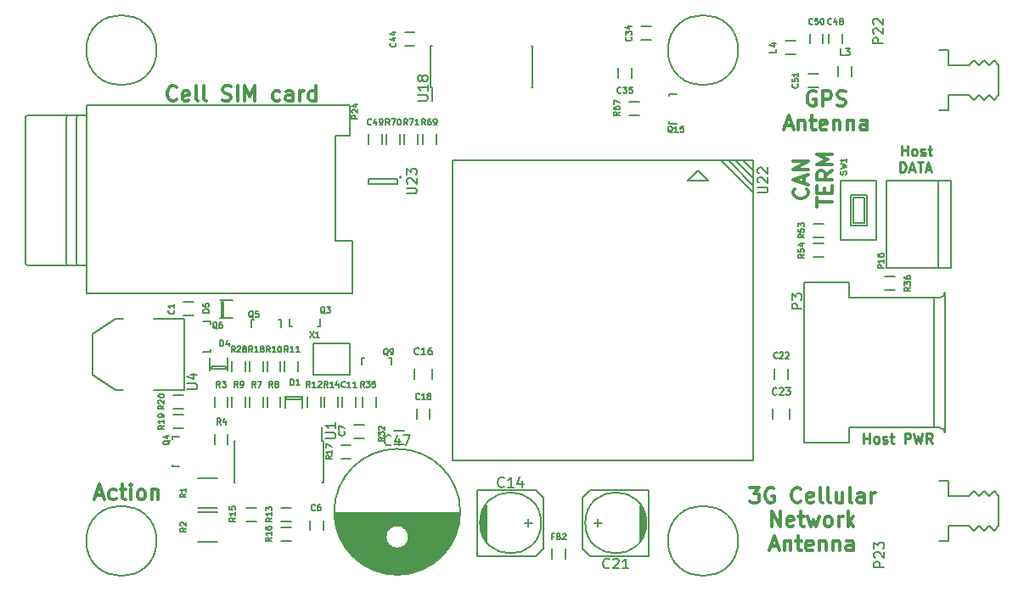
<source format=gto>
G04 #@! TF.FileFunction,Legend,Top*
%FSLAX46Y46*%
G04 Gerber Fmt 4.6, Leading zero omitted, Abs format (unit mm)*
G04 Created by KiCad (PCBNEW 4.0.0-rc1-stable) date 1/29/2016 2:37:44 PM*
%MOMM*%
G01*
G04 APERTURE LIST*
%ADD10C,0.100000*%
%ADD11C,0.250000*%
%ADD12C,0.300000*%
%ADD13C,0.200000*%
%ADD14C,0.150000*%
G04 APERTURE END LIST*
D10*
D11*
X118519047Y-59752381D02*
X118519047Y-58752381D01*
X118519047Y-59228571D02*
X119090476Y-59228571D01*
X119090476Y-59752381D02*
X119090476Y-58752381D01*
X119709523Y-59752381D02*
X119614285Y-59704762D01*
X119566666Y-59657143D01*
X119519047Y-59561905D01*
X119519047Y-59276190D01*
X119566666Y-59180952D01*
X119614285Y-59133333D01*
X119709523Y-59085714D01*
X119852381Y-59085714D01*
X119947619Y-59133333D01*
X119995238Y-59180952D01*
X120042857Y-59276190D01*
X120042857Y-59561905D01*
X119995238Y-59657143D01*
X119947619Y-59704762D01*
X119852381Y-59752381D01*
X119709523Y-59752381D01*
X120423809Y-59704762D02*
X120519047Y-59752381D01*
X120709523Y-59752381D01*
X120804762Y-59704762D01*
X120852381Y-59609524D01*
X120852381Y-59561905D01*
X120804762Y-59466667D01*
X120709523Y-59419048D01*
X120566666Y-59419048D01*
X120471428Y-59371429D01*
X120423809Y-59276190D01*
X120423809Y-59228571D01*
X120471428Y-59133333D01*
X120566666Y-59085714D01*
X120709523Y-59085714D01*
X120804762Y-59133333D01*
X121138095Y-59085714D02*
X121519047Y-59085714D01*
X121280952Y-58752381D02*
X121280952Y-59609524D01*
X121328571Y-59704762D01*
X121423809Y-59752381D01*
X121519047Y-59752381D01*
X122614286Y-59752381D02*
X122614286Y-58752381D01*
X122995239Y-58752381D01*
X123090477Y-58800000D01*
X123138096Y-58847619D01*
X123185715Y-58942857D01*
X123185715Y-59085714D01*
X123138096Y-59180952D01*
X123090477Y-59228571D01*
X122995239Y-59276190D01*
X122614286Y-59276190D01*
X123519048Y-58752381D02*
X123757143Y-59752381D01*
X123947620Y-59038095D01*
X124138096Y-59752381D01*
X124376191Y-58752381D01*
X125328572Y-59752381D02*
X124995238Y-59276190D01*
X124757143Y-59752381D02*
X124757143Y-58752381D01*
X125138096Y-58752381D01*
X125233334Y-58800000D01*
X125280953Y-58847619D01*
X125328572Y-58942857D01*
X125328572Y-59085714D01*
X125280953Y-59180952D01*
X125233334Y-59228571D01*
X125138096Y-59276190D01*
X124757143Y-59276190D01*
X122304761Y-31027381D02*
X122304761Y-30027381D01*
X122304761Y-30503571D02*
X122876190Y-30503571D01*
X122876190Y-31027381D02*
X122876190Y-30027381D01*
X123495237Y-31027381D02*
X123399999Y-30979762D01*
X123352380Y-30932143D01*
X123304761Y-30836905D01*
X123304761Y-30551190D01*
X123352380Y-30455952D01*
X123399999Y-30408333D01*
X123495237Y-30360714D01*
X123638095Y-30360714D01*
X123733333Y-30408333D01*
X123780952Y-30455952D01*
X123828571Y-30551190D01*
X123828571Y-30836905D01*
X123780952Y-30932143D01*
X123733333Y-30979762D01*
X123638095Y-31027381D01*
X123495237Y-31027381D01*
X124209523Y-30979762D02*
X124304761Y-31027381D01*
X124495237Y-31027381D01*
X124590476Y-30979762D01*
X124638095Y-30884524D01*
X124638095Y-30836905D01*
X124590476Y-30741667D01*
X124495237Y-30694048D01*
X124352380Y-30694048D01*
X124257142Y-30646429D01*
X124209523Y-30551190D01*
X124209523Y-30503571D01*
X124257142Y-30408333D01*
X124352380Y-30360714D01*
X124495237Y-30360714D01*
X124590476Y-30408333D01*
X124923809Y-30360714D02*
X125304761Y-30360714D01*
X125066666Y-30027381D02*
X125066666Y-30884524D01*
X125114285Y-30979762D01*
X125209523Y-31027381D01*
X125304761Y-31027381D01*
X122161904Y-32677381D02*
X122161904Y-31677381D01*
X122399999Y-31677381D01*
X122542857Y-31725000D01*
X122638095Y-31820238D01*
X122685714Y-31915476D01*
X122733333Y-32105952D01*
X122733333Y-32248810D01*
X122685714Y-32439286D01*
X122638095Y-32534524D01*
X122542857Y-32629762D01*
X122399999Y-32677381D01*
X122161904Y-32677381D01*
X123114285Y-32391667D02*
X123590476Y-32391667D01*
X123019047Y-32677381D02*
X123352380Y-31677381D01*
X123685714Y-32677381D01*
X123876190Y-31677381D02*
X124447619Y-31677381D01*
X124161904Y-32677381D02*
X124161904Y-31677381D01*
X124733333Y-32391667D02*
X125209524Y-32391667D01*
X124638095Y-32677381D02*
X124971428Y-31677381D01*
X125304762Y-32677381D01*
D12*
X41957143Y-64950000D02*
X42671429Y-64950000D01*
X41814286Y-65378571D02*
X42314286Y-63878571D01*
X42814286Y-65378571D01*
X43957143Y-65307143D02*
X43814286Y-65378571D01*
X43528572Y-65378571D01*
X43385714Y-65307143D01*
X43314286Y-65235714D01*
X43242857Y-65092857D01*
X43242857Y-64664286D01*
X43314286Y-64521429D01*
X43385714Y-64450000D01*
X43528572Y-64378571D01*
X43814286Y-64378571D01*
X43957143Y-64450000D01*
X44385714Y-64378571D02*
X44957143Y-64378571D01*
X44600000Y-63878571D02*
X44600000Y-65164286D01*
X44671428Y-65307143D01*
X44814286Y-65378571D01*
X44957143Y-65378571D01*
X45457143Y-65378571D02*
X45457143Y-64378571D01*
X45457143Y-63878571D02*
X45385714Y-63950000D01*
X45457143Y-64021429D01*
X45528571Y-63950000D01*
X45457143Y-63878571D01*
X45457143Y-64021429D01*
X46385715Y-65378571D02*
X46242857Y-65307143D01*
X46171429Y-65235714D01*
X46100000Y-65092857D01*
X46100000Y-64664286D01*
X46171429Y-64521429D01*
X46242857Y-64450000D01*
X46385715Y-64378571D01*
X46600000Y-64378571D01*
X46742857Y-64450000D01*
X46814286Y-64521429D01*
X46885715Y-64664286D01*
X46885715Y-65092857D01*
X46814286Y-65235714D01*
X46742857Y-65307143D01*
X46600000Y-65378571D01*
X46385715Y-65378571D01*
X47528572Y-64378571D02*
X47528572Y-65378571D01*
X47528572Y-64521429D02*
X47600000Y-64450000D01*
X47742858Y-64378571D01*
X47957143Y-64378571D01*
X48100000Y-64450000D01*
X48171429Y-64592857D01*
X48171429Y-65378571D01*
X50000001Y-25435714D02*
X49928572Y-25507143D01*
X49714286Y-25578571D01*
X49571429Y-25578571D01*
X49357144Y-25507143D01*
X49214286Y-25364286D01*
X49142858Y-25221429D01*
X49071429Y-24935714D01*
X49071429Y-24721429D01*
X49142858Y-24435714D01*
X49214286Y-24292857D01*
X49357144Y-24150000D01*
X49571429Y-24078571D01*
X49714286Y-24078571D01*
X49928572Y-24150000D01*
X50000001Y-24221429D01*
X51214286Y-25507143D02*
X51071429Y-25578571D01*
X50785715Y-25578571D01*
X50642858Y-25507143D01*
X50571429Y-25364286D01*
X50571429Y-24792857D01*
X50642858Y-24650000D01*
X50785715Y-24578571D01*
X51071429Y-24578571D01*
X51214286Y-24650000D01*
X51285715Y-24792857D01*
X51285715Y-24935714D01*
X50571429Y-25078571D01*
X52142858Y-25578571D02*
X52000000Y-25507143D01*
X51928572Y-25364286D01*
X51928572Y-24078571D01*
X52928572Y-25578571D02*
X52785714Y-25507143D01*
X52714286Y-25364286D01*
X52714286Y-24078571D01*
X54571428Y-25507143D02*
X54785714Y-25578571D01*
X55142857Y-25578571D01*
X55285714Y-25507143D01*
X55357143Y-25435714D01*
X55428571Y-25292857D01*
X55428571Y-25150000D01*
X55357143Y-25007143D01*
X55285714Y-24935714D01*
X55142857Y-24864286D01*
X54857143Y-24792857D01*
X54714285Y-24721429D01*
X54642857Y-24650000D01*
X54571428Y-24507143D01*
X54571428Y-24364286D01*
X54642857Y-24221429D01*
X54714285Y-24150000D01*
X54857143Y-24078571D01*
X55214285Y-24078571D01*
X55428571Y-24150000D01*
X56071428Y-25578571D02*
X56071428Y-24078571D01*
X56785714Y-25578571D02*
X56785714Y-24078571D01*
X57285714Y-25150000D01*
X57785714Y-24078571D01*
X57785714Y-25578571D01*
X60285714Y-25507143D02*
X60142857Y-25578571D01*
X59857143Y-25578571D01*
X59714285Y-25507143D01*
X59642857Y-25435714D01*
X59571428Y-25292857D01*
X59571428Y-24864286D01*
X59642857Y-24721429D01*
X59714285Y-24650000D01*
X59857143Y-24578571D01*
X60142857Y-24578571D01*
X60285714Y-24650000D01*
X61571428Y-25578571D02*
X61571428Y-24792857D01*
X61499999Y-24650000D01*
X61357142Y-24578571D01*
X61071428Y-24578571D01*
X60928571Y-24650000D01*
X61571428Y-25507143D02*
X61428571Y-25578571D01*
X61071428Y-25578571D01*
X60928571Y-25507143D01*
X60857142Y-25364286D01*
X60857142Y-25221429D01*
X60928571Y-25078571D01*
X61071428Y-25007143D01*
X61428571Y-25007143D01*
X61571428Y-24935714D01*
X62285714Y-25578571D02*
X62285714Y-24578571D01*
X62285714Y-24864286D02*
X62357142Y-24721429D01*
X62428571Y-24650000D01*
X62571428Y-24578571D01*
X62714285Y-24578571D01*
X63857142Y-25578571D02*
X63857142Y-24078571D01*
X63857142Y-25507143D02*
X63714285Y-25578571D01*
X63428571Y-25578571D01*
X63285713Y-25507143D01*
X63214285Y-25435714D01*
X63142856Y-25292857D01*
X63142856Y-24864286D01*
X63214285Y-24721429D01*
X63285713Y-24650000D01*
X63428571Y-24578571D01*
X63714285Y-24578571D01*
X63857142Y-24650000D01*
X107185716Y-64178571D02*
X108114287Y-64178571D01*
X107614287Y-64750000D01*
X107828573Y-64750000D01*
X107971430Y-64821429D01*
X108042859Y-64892857D01*
X108114287Y-65035714D01*
X108114287Y-65392857D01*
X108042859Y-65535714D01*
X107971430Y-65607143D01*
X107828573Y-65678571D01*
X107400001Y-65678571D01*
X107257144Y-65607143D01*
X107185716Y-65535714D01*
X109542858Y-64250000D02*
X109400001Y-64178571D01*
X109185715Y-64178571D01*
X108971430Y-64250000D01*
X108828572Y-64392857D01*
X108757144Y-64535714D01*
X108685715Y-64821429D01*
X108685715Y-65035714D01*
X108757144Y-65321429D01*
X108828572Y-65464286D01*
X108971430Y-65607143D01*
X109185715Y-65678571D01*
X109328572Y-65678571D01*
X109542858Y-65607143D01*
X109614287Y-65535714D01*
X109614287Y-65035714D01*
X109328572Y-65035714D01*
X112257144Y-65535714D02*
X112185715Y-65607143D01*
X111971429Y-65678571D01*
X111828572Y-65678571D01*
X111614287Y-65607143D01*
X111471429Y-65464286D01*
X111400001Y-65321429D01*
X111328572Y-65035714D01*
X111328572Y-64821429D01*
X111400001Y-64535714D01*
X111471429Y-64392857D01*
X111614287Y-64250000D01*
X111828572Y-64178571D01*
X111971429Y-64178571D01*
X112185715Y-64250000D01*
X112257144Y-64321429D01*
X113471429Y-65607143D02*
X113328572Y-65678571D01*
X113042858Y-65678571D01*
X112900001Y-65607143D01*
X112828572Y-65464286D01*
X112828572Y-64892857D01*
X112900001Y-64750000D01*
X113042858Y-64678571D01*
X113328572Y-64678571D01*
X113471429Y-64750000D01*
X113542858Y-64892857D01*
X113542858Y-65035714D01*
X112828572Y-65178571D01*
X114400001Y-65678571D02*
X114257143Y-65607143D01*
X114185715Y-65464286D01*
X114185715Y-64178571D01*
X115185715Y-65678571D02*
X115042857Y-65607143D01*
X114971429Y-65464286D01*
X114971429Y-64178571D01*
X116400000Y-64678571D02*
X116400000Y-65678571D01*
X115757143Y-64678571D02*
X115757143Y-65464286D01*
X115828571Y-65607143D01*
X115971429Y-65678571D01*
X116185714Y-65678571D01*
X116328571Y-65607143D01*
X116400000Y-65535714D01*
X117328572Y-65678571D02*
X117185714Y-65607143D01*
X117114286Y-65464286D01*
X117114286Y-64178571D01*
X118542857Y-65678571D02*
X118542857Y-64892857D01*
X118471428Y-64750000D01*
X118328571Y-64678571D01*
X118042857Y-64678571D01*
X117900000Y-64750000D01*
X118542857Y-65607143D02*
X118400000Y-65678571D01*
X118042857Y-65678571D01*
X117900000Y-65607143D01*
X117828571Y-65464286D01*
X117828571Y-65321429D01*
X117900000Y-65178571D01*
X118042857Y-65107143D01*
X118400000Y-65107143D01*
X118542857Y-65035714D01*
X119257143Y-65678571D02*
X119257143Y-64678571D01*
X119257143Y-64964286D02*
X119328571Y-64821429D01*
X119400000Y-64750000D01*
X119542857Y-64678571D01*
X119685714Y-64678571D01*
X109364286Y-68078571D02*
X109364286Y-66578571D01*
X110221429Y-68078571D01*
X110221429Y-66578571D01*
X111507143Y-68007143D02*
X111364286Y-68078571D01*
X111078572Y-68078571D01*
X110935715Y-68007143D01*
X110864286Y-67864286D01*
X110864286Y-67292857D01*
X110935715Y-67150000D01*
X111078572Y-67078571D01*
X111364286Y-67078571D01*
X111507143Y-67150000D01*
X111578572Y-67292857D01*
X111578572Y-67435714D01*
X110864286Y-67578571D01*
X112007143Y-67078571D02*
X112578572Y-67078571D01*
X112221429Y-66578571D02*
X112221429Y-67864286D01*
X112292857Y-68007143D01*
X112435715Y-68078571D01*
X112578572Y-68078571D01*
X112935715Y-67078571D02*
X113221429Y-68078571D01*
X113507143Y-67364286D01*
X113792858Y-68078571D01*
X114078572Y-67078571D01*
X114864287Y-68078571D02*
X114721429Y-68007143D01*
X114650001Y-67935714D01*
X114578572Y-67792857D01*
X114578572Y-67364286D01*
X114650001Y-67221429D01*
X114721429Y-67150000D01*
X114864287Y-67078571D01*
X115078572Y-67078571D01*
X115221429Y-67150000D01*
X115292858Y-67221429D01*
X115364287Y-67364286D01*
X115364287Y-67792857D01*
X115292858Y-67935714D01*
X115221429Y-68007143D01*
X115078572Y-68078571D01*
X114864287Y-68078571D01*
X116007144Y-68078571D02*
X116007144Y-67078571D01*
X116007144Y-67364286D02*
X116078572Y-67221429D01*
X116150001Y-67150000D01*
X116292858Y-67078571D01*
X116435715Y-67078571D01*
X116935715Y-68078571D02*
X116935715Y-66578571D01*
X117078572Y-67507143D02*
X117507143Y-68078571D01*
X117507143Y-67078571D02*
X116935715Y-67650000D01*
X109257143Y-70050000D02*
X109971429Y-70050000D01*
X109114286Y-70478571D02*
X109614286Y-68978571D01*
X110114286Y-70478571D01*
X110614286Y-69478571D02*
X110614286Y-70478571D01*
X110614286Y-69621429D02*
X110685714Y-69550000D01*
X110828572Y-69478571D01*
X111042857Y-69478571D01*
X111185714Y-69550000D01*
X111257143Y-69692857D01*
X111257143Y-70478571D01*
X111757143Y-69478571D02*
X112328572Y-69478571D01*
X111971429Y-68978571D02*
X111971429Y-70264286D01*
X112042857Y-70407143D01*
X112185715Y-70478571D01*
X112328572Y-70478571D01*
X113400000Y-70407143D02*
X113257143Y-70478571D01*
X112971429Y-70478571D01*
X112828572Y-70407143D01*
X112757143Y-70264286D01*
X112757143Y-69692857D01*
X112828572Y-69550000D01*
X112971429Y-69478571D01*
X113257143Y-69478571D01*
X113400000Y-69550000D01*
X113471429Y-69692857D01*
X113471429Y-69835714D01*
X112757143Y-69978571D01*
X114114286Y-69478571D02*
X114114286Y-70478571D01*
X114114286Y-69621429D02*
X114185714Y-69550000D01*
X114328572Y-69478571D01*
X114542857Y-69478571D01*
X114685714Y-69550000D01*
X114757143Y-69692857D01*
X114757143Y-70478571D01*
X115471429Y-69478571D02*
X115471429Y-70478571D01*
X115471429Y-69621429D02*
X115542857Y-69550000D01*
X115685715Y-69478571D01*
X115900000Y-69478571D01*
X116042857Y-69550000D01*
X116114286Y-69692857D01*
X116114286Y-70478571D01*
X117471429Y-70478571D02*
X117471429Y-69692857D01*
X117400000Y-69550000D01*
X117257143Y-69478571D01*
X116971429Y-69478571D01*
X116828572Y-69550000D01*
X117471429Y-70407143D02*
X117328572Y-70478571D01*
X116971429Y-70478571D01*
X116828572Y-70407143D01*
X116757143Y-70264286D01*
X116757143Y-70121429D01*
X116828572Y-69978571D01*
X116971429Y-69907143D01*
X117328572Y-69907143D01*
X117471429Y-69835714D01*
X113728572Y-24650000D02*
X113585715Y-24578571D01*
X113371429Y-24578571D01*
X113157144Y-24650000D01*
X113014286Y-24792857D01*
X112942858Y-24935714D01*
X112871429Y-25221429D01*
X112871429Y-25435714D01*
X112942858Y-25721429D01*
X113014286Y-25864286D01*
X113157144Y-26007143D01*
X113371429Y-26078571D01*
X113514286Y-26078571D01*
X113728572Y-26007143D01*
X113800001Y-25935714D01*
X113800001Y-25435714D01*
X113514286Y-25435714D01*
X114442858Y-26078571D02*
X114442858Y-24578571D01*
X115014286Y-24578571D01*
X115157144Y-24650000D01*
X115228572Y-24721429D01*
X115300001Y-24864286D01*
X115300001Y-25078571D01*
X115228572Y-25221429D01*
X115157144Y-25292857D01*
X115014286Y-25364286D01*
X114442858Y-25364286D01*
X115871429Y-26007143D02*
X116085715Y-26078571D01*
X116442858Y-26078571D01*
X116585715Y-26007143D01*
X116657144Y-25935714D01*
X116728572Y-25792857D01*
X116728572Y-25650000D01*
X116657144Y-25507143D01*
X116585715Y-25435714D01*
X116442858Y-25364286D01*
X116157144Y-25292857D01*
X116014286Y-25221429D01*
X115942858Y-25150000D01*
X115871429Y-25007143D01*
X115871429Y-24864286D01*
X115942858Y-24721429D01*
X116014286Y-24650000D01*
X116157144Y-24578571D01*
X116514286Y-24578571D01*
X116728572Y-24650000D01*
X110657143Y-28050000D02*
X111371429Y-28050000D01*
X110514286Y-28478571D02*
X111014286Y-26978571D01*
X111514286Y-28478571D01*
X112014286Y-27478571D02*
X112014286Y-28478571D01*
X112014286Y-27621429D02*
X112085714Y-27550000D01*
X112228572Y-27478571D01*
X112442857Y-27478571D01*
X112585714Y-27550000D01*
X112657143Y-27692857D01*
X112657143Y-28478571D01*
X113157143Y-27478571D02*
X113728572Y-27478571D01*
X113371429Y-26978571D02*
X113371429Y-28264286D01*
X113442857Y-28407143D01*
X113585715Y-28478571D01*
X113728572Y-28478571D01*
X114800000Y-28407143D02*
X114657143Y-28478571D01*
X114371429Y-28478571D01*
X114228572Y-28407143D01*
X114157143Y-28264286D01*
X114157143Y-27692857D01*
X114228572Y-27550000D01*
X114371429Y-27478571D01*
X114657143Y-27478571D01*
X114800000Y-27550000D01*
X114871429Y-27692857D01*
X114871429Y-27835714D01*
X114157143Y-27978571D01*
X115514286Y-27478571D02*
X115514286Y-28478571D01*
X115514286Y-27621429D02*
X115585714Y-27550000D01*
X115728572Y-27478571D01*
X115942857Y-27478571D01*
X116085714Y-27550000D01*
X116157143Y-27692857D01*
X116157143Y-28478571D01*
X116871429Y-27478571D02*
X116871429Y-28478571D01*
X116871429Y-27621429D02*
X116942857Y-27550000D01*
X117085715Y-27478571D01*
X117300000Y-27478571D01*
X117442857Y-27550000D01*
X117514286Y-27692857D01*
X117514286Y-28478571D01*
X118871429Y-28478571D02*
X118871429Y-27692857D01*
X118800000Y-27550000D01*
X118657143Y-27478571D01*
X118371429Y-27478571D01*
X118228572Y-27550000D01*
X118871429Y-28407143D02*
X118728572Y-28478571D01*
X118371429Y-28478571D01*
X118228572Y-28407143D01*
X118157143Y-28264286D01*
X118157143Y-28121429D01*
X118228572Y-27978571D01*
X118371429Y-27907143D01*
X118728572Y-27907143D01*
X118871429Y-27835714D01*
X112835714Y-34364285D02*
X112907143Y-34435714D01*
X112978571Y-34650000D01*
X112978571Y-34792857D01*
X112907143Y-35007142D01*
X112764286Y-35150000D01*
X112621429Y-35221428D01*
X112335714Y-35292857D01*
X112121429Y-35292857D01*
X111835714Y-35221428D01*
X111692857Y-35150000D01*
X111550000Y-35007142D01*
X111478571Y-34792857D01*
X111478571Y-34650000D01*
X111550000Y-34435714D01*
X111621429Y-34364285D01*
X112550000Y-33792857D02*
X112550000Y-33078571D01*
X112978571Y-33935714D02*
X111478571Y-33435714D01*
X112978571Y-32935714D01*
X112978571Y-32435714D02*
X111478571Y-32435714D01*
X112978571Y-31578571D01*
X111478571Y-31578571D01*
X113878571Y-36114286D02*
X113878571Y-35257143D01*
X115378571Y-35685714D02*
X113878571Y-35685714D01*
X114592857Y-34757143D02*
X114592857Y-34257143D01*
X115378571Y-34042857D02*
X115378571Y-34757143D01*
X113878571Y-34757143D01*
X113878571Y-34042857D01*
X115378571Y-32542857D02*
X114664286Y-33042857D01*
X115378571Y-33400000D02*
X113878571Y-33400000D01*
X113878571Y-32828572D01*
X113950000Y-32685714D01*
X114021429Y-32614286D01*
X114164286Y-32542857D01*
X114378571Y-32542857D01*
X114521429Y-32614286D01*
X114592857Y-32685714D01*
X114664286Y-32828572D01*
X114664286Y-33400000D01*
X115378571Y-31900000D02*
X113878571Y-31900000D01*
X114950000Y-31400000D01*
X113878571Y-30900000D01*
X115378571Y-30900000D01*
D13*
X48000000Y-69500000D02*
G75*
G03X48000000Y-69500000I-3500000J0D01*
G01*
X106000000Y-69500000D02*
G75*
G03X106000000Y-69500000I-3500000J0D01*
G01*
X106000000Y-20500000D02*
G75*
G03X106000000Y-20500000I-3500000J0D01*
G01*
X48000000Y-20500000D02*
G75*
G03X48000000Y-20500000I-3500000J0D01*
G01*
D14*
X80379000Y-66938000D02*
X80379000Y-68462000D01*
X80506000Y-68843000D02*
X80506000Y-66557000D01*
X80633000Y-66303000D02*
X80633000Y-69097000D01*
X80760000Y-69351000D02*
X80760000Y-66049000D01*
X80887000Y-65922000D02*
X80887000Y-69478000D01*
X79998000Y-64398000D02*
X79998000Y-71002000D01*
X79998000Y-71002000D02*
X85840000Y-71002000D01*
X85840000Y-71002000D02*
X86602000Y-70240000D01*
X86602000Y-70240000D02*
X86602000Y-65160000D01*
X86602000Y-65160000D02*
X85840000Y-64398000D01*
X85840000Y-64398000D02*
X79998000Y-64398000D01*
X85459000Y-67700000D02*
X84697000Y-67700000D01*
X85078000Y-67319000D02*
X85078000Y-68081000D01*
X86348000Y-67700000D02*
G75*
G03X86348000Y-67700000I-3048000J0D01*
G01*
X96721000Y-68462000D02*
X96721000Y-66938000D01*
X96594000Y-66557000D02*
X96594000Y-68843000D01*
X96467000Y-69097000D02*
X96467000Y-66303000D01*
X96340000Y-66049000D02*
X96340000Y-69351000D01*
X96213000Y-69478000D02*
X96213000Y-65922000D01*
X97102000Y-71002000D02*
X97102000Y-64398000D01*
X97102000Y-64398000D02*
X91260000Y-64398000D01*
X91260000Y-64398000D02*
X90498000Y-65160000D01*
X90498000Y-65160000D02*
X90498000Y-70240000D01*
X90498000Y-70240000D02*
X91260000Y-71002000D01*
X91260000Y-71002000D02*
X97102000Y-71002000D01*
X91641000Y-67700000D02*
X92403000Y-67700000D01*
X92022000Y-68081000D02*
X92022000Y-67319000D01*
X96848000Y-67700000D02*
G75*
G03X96848000Y-67700000I-3048000J0D01*
G01*
X78250000Y-66675000D02*
X65750000Y-66675000D01*
X78246000Y-66815000D02*
X65754000Y-66815000D01*
X78240000Y-66955000D02*
X65760000Y-66955000D01*
X78230000Y-67095000D02*
X65770000Y-67095000D01*
X78218000Y-67235000D02*
X65782000Y-67235000D01*
X78202000Y-67375000D02*
X65798000Y-67375000D01*
X78183000Y-67515000D02*
X65817000Y-67515000D01*
X78160000Y-67655000D02*
X65840000Y-67655000D01*
X78135000Y-67795000D02*
X65865000Y-67795000D01*
X78106000Y-67935000D02*
X65894000Y-67935000D01*
X78073000Y-68075000D02*
X72521000Y-68075000D01*
X71479000Y-68075000D02*
X65927000Y-68075000D01*
X78038000Y-68215000D02*
X72734000Y-68215000D01*
X71266000Y-68215000D02*
X65962000Y-68215000D01*
X77999000Y-68355000D02*
X72876000Y-68355000D01*
X71124000Y-68355000D02*
X66001000Y-68355000D01*
X77956000Y-68495000D02*
X72978000Y-68495000D01*
X71022000Y-68495000D02*
X66044000Y-68495000D01*
X77909000Y-68635000D02*
X73052000Y-68635000D01*
X70948000Y-68635000D02*
X66091000Y-68635000D01*
X77859000Y-68775000D02*
X73103000Y-68775000D01*
X70897000Y-68775000D02*
X66141000Y-68775000D01*
X77805000Y-68915000D02*
X73135000Y-68915000D01*
X70865000Y-68915000D02*
X66195000Y-68915000D01*
X77748000Y-69055000D02*
X73149000Y-69055000D01*
X70851000Y-69055000D02*
X66252000Y-69055000D01*
X77686000Y-69195000D02*
X73146000Y-69195000D01*
X70854000Y-69195000D02*
X66314000Y-69195000D01*
X77620000Y-69335000D02*
X73126000Y-69335000D01*
X70874000Y-69335000D02*
X66380000Y-69335000D01*
X77549000Y-69475000D02*
X73087000Y-69475000D01*
X70913000Y-69475000D02*
X66451000Y-69475000D01*
X77475000Y-69615000D02*
X73028000Y-69615000D01*
X70972000Y-69615000D02*
X66525000Y-69615000D01*
X77395000Y-69755000D02*
X72945000Y-69755000D01*
X71055000Y-69755000D02*
X66605000Y-69755000D01*
X77311000Y-69895000D02*
X72831000Y-69895000D01*
X71169000Y-69895000D02*
X66689000Y-69895000D01*
X77221000Y-70035000D02*
X72670000Y-70035000D01*
X71330000Y-70035000D02*
X66779000Y-70035000D01*
X77127000Y-70175000D02*
X72409000Y-70175000D01*
X71591000Y-70175000D02*
X66873000Y-70175000D01*
X77026000Y-70315000D02*
X66974000Y-70315000D01*
X76919000Y-70455000D02*
X67081000Y-70455000D01*
X76807000Y-70595000D02*
X67193000Y-70595000D01*
X76687000Y-70735000D02*
X67313000Y-70735000D01*
X76559000Y-70875000D02*
X67441000Y-70875000D01*
X76424000Y-71015000D02*
X67576000Y-71015000D01*
X76280000Y-71155000D02*
X67720000Y-71155000D01*
X76125000Y-71295000D02*
X67875000Y-71295000D01*
X75960000Y-71435000D02*
X68040000Y-71435000D01*
X75783000Y-71575000D02*
X68217000Y-71575000D01*
X75592000Y-71715000D02*
X68408000Y-71715000D01*
X75383000Y-71855000D02*
X68617000Y-71855000D01*
X75155000Y-71995000D02*
X68845000Y-71995000D01*
X74903000Y-72135000D02*
X69097000Y-72135000D01*
X74619000Y-72275000D02*
X69381000Y-72275000D01*
X74291000Y-72415000D02*
X69709000Y-72415000D01*
X73897000Y-72555000D02*
X70103000Y-72555000D01*
X73383000Y-72695000D02*
X70617000Y-72695000D01*
X72433000Y-72835000D02*
X71567000Y-72835000D01*
X73150000Y-69100000D02*
G75*
G03X73150000Y-69100000I-1150000J0D01*
G01*
X78287500Y-66600000D02*
G75*
G03X78287500Y-66600000I-6287500J0D01*
G01*
X64625000Y-59500000D02*
X64510000Y-59500000D01*
X64625000Y-63650000D02*
X64510000Y-63650000D01*
X55725000Y-63650000D02*
X55840000Y-63650000D01*
X55725000Y-59500000D02*
X55840000Y-59500000D01*
X64625000Y-59500000D02*
X64625000Y-63650000D01*
X55725000Y-59500000D02*
X55725000Y-63650000D01*
X64510000Y-59500000D02*
X64510000Y-58125000D01*
X47724000Y-54406000D02*
X50772000Y-54406000D01*
X50772000Y-54406000D02*
X50772000Y-47294000D01*
X50772000Y-47294000D02*
X47724000Y-47294000D01*
X44676000Y-54406000D02*
X43914000Y-54406000D01*
X43914000Y-54406000D02*
X41628000Y-52882000D01*
X41628000Y-52882000D02*
X41628000Y-48818000D01*
X41628000Y-48818000D02*
X43914000Y-47294000D01*
X43914000Y-47294000D02*
X44676000Y-47294000D01*
X75350000Y-24200000D02*
X75455000Y-24200000D01*
X75350000Y-20050000D02*
X75455000Y-20050000D01*
X85500000Y-20050000D02*
X85395000Y-20050000D01*
X85500000Y-24200000D02*
X85395000Y-24200000D01*
X75350000Y-24200000D02*
X75350000Y-20050000D01*
X85500000Y-24200000D02*
X85500000Y-20050000D01*
X75455000Y-24200000D02*
X75455000Y-25575000D01*
X72400000Y-33200000D02*
G75*
G03X72400000Y-33200000I-100000J0D01*
G01*
X72050000Y-33850000D02*
X72050000Y-33350000D01*
X69150000Y-33850000D02*
X72050000Y-33850000D01*
X69150000Y-33350000D02*
X69150000Y-33850000D01*
X72050000Y-33350000D02*
X69150000Y-33350000D01*
X73750000Y-52300000D02*
X73750000Y-53300000D01*
X75450000Y-53300000D02*
X75450000Y-52300000D01*
X111150000Y-57300000D02*
X111150000Y-56300000D01*
X109450000Y-56300000D02*
X109450000Y-57300000D01*
X117325000Y-22100000D02*
X117325000Y-23100000D01*
X115975000Y-23100000D02*
X115975000Y-22100000D01*
X111700000Y-20925000D02*
X110700000Y-20925000D01*
X110700000Y-19575000D02*
X111700000Y-19575000D01*
X125500000Y-45200000D02*
X125500000Y-58200000D01*
X126100000Y-58200000D02*
X117100000Y-58200000D01*
X126100000Y-45200000D02*
X117100000Y-45200000D01*
X112600000Y-45200000D02*
X112600000Y-43700000D01*
X112600000Y-43700000D02*
X117100000Y-43700000D01*
X117100000Y-43700000D02*
X117100000Y-45200000D01*
X117100000Y-58200000D02*
X117100000Y-59700000D01*
X117100000Y-59700000D02*
X112600000Y-59700000D01*
X112600000Y-59700000D02*
X112600000Y-58200000D01*
X126100000Y-45200000D02*
G75*
G03X126600000Y-44700000I0J500000D01*
G01*
X126600000Y-58700000D02*
G75*
G03X126100000Y-58200000I-500000J0D01*
G01*
X112600000Y-45200000D02*
X112600000Y-58200000D01*
X126600000Y-44700000D02*
X126600000Y-58700000D01*
X127217460Y-42250900D02*
X127217460Y-33550900D01*
X120812460Y-42250900D02*
X120812460Y-33550900D01*
X120812460Y-33550900D02*
X127217460Y-33550900D01*
X125987460Y-33550900D02*
X125987460Y-42250900D01*
X127217460Y-42250900D02*
X120812460Y-42250900D01*
X126000000Y-20500000D02*
X127000000Y-20500000D01*
X127000000Y-20500000D02*
X127000000Y-22000000D01*
X127000000Y-22000000D02*
X129000000Y-22000000D01*
X129000000Y-22000000D02*
X129500000Y-21500000D01*
X129500000Y-21500000D02*
X130000000Y-22000000D01*
X130000000Y-22000000D02*
X130500000Y-21500000D01*
X130500000Y-21500000D02*
X131000000Y-22000000D01*
X131000000Y-22000000D02*
X131500000Y-21500000D01*
X131500000Y-21500000D02*
X132000000Y-22000000D01*
X132000000Y-22000000D02*
X132000000Y-25000000D01*
X132000000Y-25000000D02*
X131500000Y-25500000D01*
X131500000Y-25500000D02*
X131000000Y-25000000D01*
X131000000Y-25000000D02*
X130500000Y-25500000D01*
X130500000Y-25500000D02*
X130000000Y-25000000D01*
X130000000Y-25000000D02*
X129500000Y-25500000D01*
X129500000Y-25500000D02*
X129000000Y-25000000D01*
X129000000Y-25000000D02*
X127000000Y-25000000D01*
X127000000Y-25000000D02*
X127000000Y-26500000D01*
X127000000Y-26500000D02*
X126000000Y-26500000D01*
X126000000Y-63500000D02*
X127000000Y-63500000D01*
X127000000Y-63500000D02*
X127000000Y-65000000D01*
X127000000Y-65000000D02*
X129000000Y-65000000D01*
X129000000Y-65000000D02*
X129500000Y-64500000D01*
X129500000Y-64500000D02*
X130000000Y-65000000D01*
X130000000Y-65000000D02*
X130500000Y-64500000D01*
X130500000Y-64500000D02*
X131000000Y-65000000D01*
X131000000Y-65000000D02*
X131500000Y-64500000D01*
X131500000Y-64500000D02*
X132000000Y-65000000D01*
X132000000Y-65000000D02*
X132000000Y-68000000D01*
X132000000Y-68000000D02*
X131500000Y-68500000D01*
X131500000Y-68500000D02*
X131000000Y-68000000D01*
X131000000Y-68000000D02*
X130500000Y-68500000D01*
X130500000Y-68500000D02*
X130000000Y-68000000D01*
X130000000Y-68000000D02*
X129500000Y-68500000D01*
X129500000Y-68500000D02*
X129000000Y-68000000D01*
X129000000Y-68000000D02*
X127000000Y-68000000D01*
X127000000Y-68000000D02*
X127000000Y-69500000D01*
X127000000Y-69500000D02*
X126000000Y-69500000D01*
X40000000Y-41700000D02*
G75*
G03X40300000Y-42000000I300000J0D01*
G01*
X39000000Y-41700000D02*
G75*
G03X39300000Y-42000000I300000J0D01*
G01*
X40300000Y-27000000D02*
G75*
G03X40000000Y-27300000I0J-300000D01*
G01*
X39300000Y-27000000D02*
G75*
G03X39000000Y-27300000I0J-300000D01*
G01*
X39000000Y-41700000D02*
X39000000Y-27300000D01*
X40000000Y-27300000D02*
X40000000Y-41700000D01*
X35200000Y-42000000D02*
X41000000Y-42000000D01*
X34900000Y-41700000D02*
G75*
G03X35200000Y-42000000I300000J0D01*
G01*
X34900000Y-27300000D02*
X34900000Y-41700000D01*
X35200000Y-27000000D02*
X41000000Y-27000000D01*
X35200000Y-27000000D02*
G75*
G03X34900000Y-27300000I0J-300000D01*
G01*
X41000000Y-44800000D02*
X41000000Y-26000000D01*
X67300000Y-28200000D02*
X67300000Y-29000000D01*
X67300000Y-29000000D02*
X65800000Y-29000000D01*
X65800000Y-29000000D02*
X65800000Y-39500000D01*
X65800000Y-39500000D02*
X67500000Y-39500000D01*
X67300000Y-26000000D02*
X67300000Y-28200000D01*
X67300000Y-26000000D02*
X41000000Y-26000000D01*
X67500000Y-44800000D02*
X41000000Y-44800000D01*
X67500000Y-39500000D02*
X67500000Y-44800000D01*
X61500840Y-48050240D02*
X61549100Y-48050240D01*
X64299820Y-47349200D02*
X64299820Y-48050240D01*
X64299820Y-48050240D02*
X64050900Y-48050240D01*
X61500840Y-48050240D02*
X61300180Y-48050240D01*
X61300180Y-48050240D02*
X61300180Y-47349200D01*
X49549760Y-59300840D02*
X49549760Y-59349100D01*
X50250800Y-62099820D02*
X49549760Y-62099820D01*
X49549760Y-62099820D02*
X49549760Y-61850900D01*
X49549760Y-59300840D02*
X49549760Y-59100180D01*
X49549760Y-59100180D02*
X50250800Y-59100180D01*
X60249160Y-47449760D02*
X60200900Y-47449760D01*
X57450180Y-48150800D02*
X57450180Y-47449760D01*
X57450180Y-47449760D02*
X57699100Y-47449760D01*
X60249160Y-47449760D02*
X60449820Y-47449760D01*
X60449820Y-47449760D02*
X60449820Y-48150800D01*
X53350240Y-50399160D02*
X53350240Y-50350900D01*
X52649200Y-47600180D02*
X53350240Y-47600180D01*
X53350240Y-47600180D02*
X53350240Y-47849100D01*
X53350240Y-50399160D02*
X53350240Y-50599820D01*
X53350240Y-50599820D02*
X52649200Y-50599820D01*
X71249160Y-51199760D02*
X71200900Y-51199760D01*
X68450180Y-51900800D02*
X68450180Y-51199760D01*
X68450180Y-51199760D02*
X68699100Y-51199760D01*
X71249160Y-51199760D02*
X71449820Y-51199760D01*
X71449820Y-51199760D02*
X71449820Y-51900800D01*
X99149760Y-25050840D02*
X99149760Y-25099100D01*
X99850800Y-27849820D02*
X99149760Y-27849820D01*
X99149760Y-27849820D02*
X99149760Y-27600900D01*
X99149760Y-25050840D02*
X99149760Y-24850180D01*
X99149760Y-24850180D02*
X99850800Y-24850180D01*
X117449780Y-37739890D02*
X117449780Y-35239890D01*
X117449780Y-35239890D02*
X118549780Y-35239890D01*
X118549780Y-35239890D02*
X118549780Y-37739890D01*
X118549780Y-37739890D02*
X117449780Y-37739890D01*
X118799780Y-37989890D02*
X118799780Y-34989890D01*
X117199780Y-37989890D02*
X117199780Y-34989890D01*
X117199780Y-34989890D02*
X118799780Y-34989890D01*
X117199780Y-37989890D02*
X118799780Y-37989890D01*
X119749780Y-39489890D02*
X119749780Y-33489890D01*
X116249780Y-39489890D02*
X116249780Y-33489890D01*
X116249780Y-39489890D02*
X119749780Y-39489890D01*
X116249780Y-33489890D02*
X119749780Y-33489890D01*
X102000000Y-32500000D02*
X101000000Y-33500000D01*
X101000000Y-33500000D02*
X103000000Y-33500000D01*
X102000000Y-32500000D02*
X103000000Y-33500000D01*
X106500000Y-31500000D02*
X107500000Y-32500000D01*
X107500000Y-32500000D02*
X107500000Y-33250000D01*
X107500000Y-33250000D02*
X105750000Y-31500000D01*
X105750000Y-31500000D02*
X105000000Y-31500000D01*
X105000000Y-31500000D02*
X107500000Y-34000000D01*
X107500000Y-34000000D02*
X107500000Y-34750000D01*
X107500000Y-34750000D02*
X104250000Y-31500000D01*
X77500000Y-31500000D02*
X77500000Y-61500000D01*
X77500000Y-61500000D02*
X107500000Y-61500000D01*
X107500000Y-61500000D02*
X107500000Y-31500000D01*
X107500000Y-31500000D02*
X77500000Y-31500000D01*
X62450000Y-55100000D02*
X60950000Y-55100000D01*
X60950000Y-55100000D02*
X60950000Y-55350000D01*
X60950000Y-55350000D02*
X62450000Y-55350000D01*
X62450000Y-55350000D02*
X62450000Y-55100000D01*
X60825000Y-56200000D02*
X60825000Y-55000000D01*
X62575000Y-55000000D02*
X62575000Y-56200000D01*
X53450000Y-52350000D02*
X54950000Y-52350000D01*
X54950000Y-52350000D02*
X54950000Y-52100000D01*
X54950000Y-52100000D02*
X53450000Y-52100000D01*
X53450000Y-52100000D02*
X53450000Y-52350000D01*
X55075000Y-51250000D02*
X55075000Y-52450000D01*
X53325000Y-52450000D02*
X53325000Y-51250000D01*
X54450000Y-45600000D02*
X54450000Y-47100000D01*
X54450000Y-47100000D02*
X54700000Y-47100000D01*
X54700000Y-47100000D02*
X54700000Y-45600000D01*
X54700000Y-45600000D02*
X54450000Y-45600000D01*
X55550000Y-47225000D02*
X54350000Y-47225000D01*
X54350000Y-45475000D02*
X55550000Y-45475000D01*
X63650000Y-49750000D02*
X63650000Y-52950000D01*
X63650000Y-52950000D02*
X67250000Y-52950000D01*
X67250000Y-52950000D02*
X67250000Y-49750000D01*
X67250000Y-49750000D02*
X63650000Y-49750000D01*
X72725000Y-29900000D02*
X72725000Y-28900000D01*
X74075000Y-28900000D02*
X74075000Y-29900000D01*
X70925000Y-29900000D02*
X70925000Y-28900000D01*
X72275000Y-28900000D02*
X72275000Y-29900000D01*
X74525000Y-29900000D02*
X74525000Y-28900000D01*
X75875000Y-28900000D02*
X75875000Y-29900000D01*
X95150000Y-25675000D02*
X96150000Y-25675000D01*
X96150000Y-27025000D02*
X95150000Y-27025000D01*
X114500000Y-41175000D02*
X113500000Y-41175000D01*
X113500000Y-39825000D02*
X114500000Y-39825000D01*
X113500000Y-37825000D02*
X114500000Y-37825000D01*
X114500000Y-39175000D02*
X113500000Y-39175000D01*
X121600000Y-44475000D02*
X120600000Y-44475000D01*
X120600000Y-43125000D02*
X121600000Y-43125000D01*
X69875000Y-55100000D02*
X69875000Y-56100000D01*
X68525000Y-56100000D02*
X68525000Y-55100000D01*
X71700000Y-58525000D02*
X72700000Y-58525000D01*
X72700000Y-59875000D02*
X71700000Y-59875000D01*
X56875000Y-51600000D02*
X56875000Y-52600000D01*
X55525000Y-52600000D02*
X55525000Y-51600000D01*
X49700000Y-54925000D02*
X50700000Y-54925000D01*
X50700000Y-56275000D02*
X49700000Y-56275000D01*
X49700000Y-56925000D02*
X50700000Y-56925000D01*
X50700000Y-58275000D02*
X49700000Y-58275000D01*
X57275000Y-52600000D02*
X57275000Y-51600000D01*
X58625000Y-51600000D02*
X58625000Y-52600000D01*
X66400000Y-59925000D02*
X67400000Y-59925000D01*
X67400000Y-61275000D02*
X66400000Y-61275000D01*
X60450000Y-68175000D02*
X61450000Y-68175000D01*
X61450000Y-69525000D02*
X60450000Y-69525000D01*
X56950000Y-66175000D02*
X57950000Y-66175000D01*
X57950000Y-67525000D02*
X56950000Y-67525000D01*
X64775000Y-56100000D02*
X64775000Y-55100000D01*
X66125000Y-55100000D02*
X66125000Y-56100000D01*
X61450000Y-67525000D02*
X60450000Y-67525000D01*
X60450000Y-66175000D02*
X61450000Y-66175000D01*
X63025000Y-56100000D02*
X63025000Y-55100000D01*
X64375000Y-55100000D02*
X64375000Y-56100000D01*
X62125000Y-51600000D02*
X62125000Y-52600000D01*
X60775000Y-52600000D02*
X60775000Y-51600000D01*
X59025000Y-52600000D02*
X59025000Y-51600000D01*
X60375000Y-51600000D02*
X60375000Y-52600000D01*
X56875000Y-55100000D02*
X56875000Y-56100000D01*
X55525000Y-56100000D02*
X55525000Y-55100000D01*
X60375000Y-55100000D02*
X60375000Y-56100000D01*
X59025000Y-56100000D02*
X59025000Y-55100000D01*
X58625000Y-55100000D02*
X58625000Y-56100000D01*
X57275000Y-56100000D02*
X57275000Y-55100000D01*
X55125000Y-58850000D02*
X55125000Y-59850000D01*
X53775000Y-59850000D02*
X53775000Y-58850000D01*
X53775000Y-56100000D02*
X53775000Y-55100000D01*
X55125000Y-55100000D02*
X55125000Y-56100000D01*
X87425000Y-71300000D02*
X87425000Y-70300000D01*
X88775000Y-70300000D02*
X88775000Y-71300000D01*
X51700000Y-47025000D02*
X50700000Y-47025000D01*
X50700000Y-45675000D02*
X51700000Y-45675000D01*
X64625000Y-67450000D02*
X64625000Y-68450000D01*
X63275000Y-68450000D02*
X63275000Y-67450000D01*
X67700000Y-57925000D02*
X68700000Y-57925000D01*
X68700000Y-59275000D02*
X67700000Y-59275000D01*
X66525000Y-56100000D02*
X66525000Y-55100000D01*
X67875000Y-55100000D02*
X67875000Y-56100000D01*
X73925000Y-57300000D02*
X73925000Y-56300000D01*
X75275000Y-56300000D02*
X75275000Y-57300000D01*
X110975000Y-52300000D02*
X110975000Y-53300000D01*
X109625000Y-53300000D02*
X109625000Y-52300000D01*
X97300000Y-19475000D02*
X96300000Y-19475000D01*
X96300000Y-18125000D02*
X97300000Y-18125000D01*
X95375000Y-22300000D02*
X95375000Y-23300000D01*
X94025000Y-23300000D02*
X94025000Y-22300000D01*
X72750000Y-18725000D02*
X73750000Y-18725000D01*
X73750000Y-20075000D02*
X72750000Y-20075000D01*
X116375000Y-18850000D02*
X116375000Y-19850000D01*
X115025000Y-19850000D02*
X115025000Y-18850000D01*
X69125000Y-29900000D02*
X69125000Y-28900000D01*
X70475000Y-28900000D02*
X70475000Y-29900000D01*
X114475000Y-18850000D02*
X114475000Y-19850000D01*
X113125000Y-19850000D02*
X113125000Y-18850000D01*
X113000000Y-22825000D02*
X114000000Y-22825000D01*
X114000000Y-24175000D02*
X113000000Y-24175000D01*
X52100000Y-63225000D02*
X54100000Y-63225000D01*
X54100000Y-66175000D02*
X52100000Y-66175000D01*
X52100000Y-66625000D02*
X54100000Y-66625000D01*
X54100000Y-69575000D02*
X52100000Y-69575000D01*
X82657143Y-64057143D02*
X82609524Y-64104762D01*
X82466667Y-64152381D01*
X82371429Y-64152381D01*
X82228571Y-64104762D01*
X82133333Y-64009524D01*
X82085714Y-63914286D01*
X82038095Y-63723810D01*
X82038095Y-63580952D01*
X82085714Y-63390476D01*
X82133333Y-63295238D01*
X82228571Y-63200000D01*
X82371429Y-63152381D01*
X82466667Y-63152381D01*
X82609524Y-63200000D01*
X82657143Y-63247619D01*
X83609524Y-64152381D02*
X83038095Y-64152381D01*
X83323809Y-64152381D02*
X83323809Y-63152381D01*
X83228571Y-63295238D01*
X83133333Y-63390476D01*
X83038095Y-63438095D01*
X84466667Y-63485714D02*
X84466667Y-64152381D01*
X84228571Y-63104762D02*
X83990476Y-63819048D01*
X84609524Y-63819048D01*
X93157143Y-72157143D02*
X93109524Y-72204762D01*
X92966667Y-72252381D01*
X92871429Y-72252381D01*
X92728571Y-72204762D01*
X92633333Y-72109524D01*
X92585714Y-72014286D01*
X92538095Y-71823810D01*
X92538095Y-71680952D01*
X92585714Y-71490476D01*
X92633333Y-71395238D01*
X92728571Y-71300000D01*
X92871429Y-71252381D01*
X92966667Y-71252381D01*
X93109524Y-71300000D01*
X93157143Y-71347619D01*
X93538095Y-71347619D02*
X93585714Y-71300000D01*
X93680952Y-71252381D01*
X93919048Y-71252381D01*
X94014286Y-71300000D01*
X94061905Y-71347619D01*
X94109524Y-71442857D01*
X94109524Y-71538095D01*
X94061905Y-71680952D01*
X93490476Y-72252381D01*
X94109524Y-72252381D01*
X95061905Y-72252381D02*
X94490476Y-72252381D01*
X94776190Y-72252381D02*
X94776190Y-71252381D01*
X94680952Y-71395238D01*
X94585714Y-71490476D01*
X94490476Y-71538095D01*
X71357143Y-59857143D02*
X71309524Y-59904762D01*
X71166667Y-59952381D01*
X71071429Y-59952381D01*
X70928571Y-59904762D01*
X70833333Y-59809524D01*
X70785714Y-59714286D01*
X70738095Y-59523810D01*
X70738095Y-59380952D01*
X70785714Y-59190476D01*
X70833333Y-59095238D01*
X70928571Y-59000000D01*
X71071429Y-58952381D01*
X71166667Y-58952381D01*
X71309524Y-59000000D01*
X71357143Y-59047619D01*
X72214286Y-59285714D02*
X72214286Y-59952381D01*
X71976190Y-58904762D02*
X71738095Y-59619048D01*
X72357143Y-59619048D01*
X72642857Y-58952381D02*
X73309524Y-58952381D01*
X72880952Y-59952381D01*
X64852381Y-59261905D02*
X65661905Y-59261905D01*
X65757143Y-59214286D01*
X65804762Y-59166667D01*
X65852381Y-59071429D01*
X65852381Y-58880952D01*
X65804762Y-58785714D01*
X65757143Y-58738095D01*
X65661905Y-58690476D01*
X64852381Y-58690476D01*
X65852381Y-57690476D02*
X65852381Y-58261905D01*
X65852381Y-57976191D02*
X64852381Y-57976191D01*
X64995238Y-58071429D01*
X65090476Y-58166667D01*
X65138095Y-58261905D01*
X51052381Y-54361905D02*
X51861905Y-54361905D01*
X51957143Y-54314286D01*
X52004762Y-54266667D01*
X52052381Y-54171429D01*
X52052381Y-53980952D01*
X52004762Y-53885714D01*
X51957143Y-53838095D01*
X51861905Y-53790476D01*
X51052381Y-53790476D01*
X51385714Y-52885714D02*
X52052381Y-52885714D01*
X51004762Y-53123810D02*
X51719048Y-53361905D01*
X51719048Y-52742857D01*
X74052381Y-25538095D02*
X74861905Y-25538095D01*
X74957143Y-25490476D01*
X75004762Y-25442857D01*
X75052381Y-25347619D01*
X75052381Y-25157142D01*
X75004762Y-25061904D01*
X74957143Y-25014285D01*
X74861905Y-24966666D01*
X74052381Y-24966666D01*
X75052381Y-23966666D02*
X75052381Y-24538095D01*
X75052381Y-24252381D02*
X74052381Y-24252381D01*
X74195238Y-24347619D01*
X74290476Y-24442857D01*
X74338095Y-24538095D01*
X74480952Y-23395238D02*
X74433333Y-23490476D01*
X74385714Y-23538095D01*
X74290476Y-23585714D01*
X74242857Y-23585714D01*
X74147619Y-23538095D01*
X74100000Y-23490476D01*
X74052381Y-23395238D01*
X74052381Y-23204761D01*
X74100000Y-23109523D01*
X74147619Y-23061904D01*
X74242857Y-23014285D01*
X74290476Y-23014285D01*
X74385714Y-23061904D01*
X74433333Y-23109523D01*
X74480952Y-23204761D01*
X74480952Y-23395238D01*
X74528571Y-23490476D01*
X74576190Y-23538095D01*
X74671429Y-23585714D01*
X74861905Y-23585714D01*
X74957143Y-23538095D01*
X75004762Y-23490476D01*
X75052381Y-23395238D01*
X75052381Y-23204761D01*
X75004762Y-23109523D01*
X74957143Y-23061904D01*
X74861905Y-23014285D01*
X74671429Y-23014285D01*
X74576190Y-23061904D01*
X74528571Y-23109523D01*
X74480952Y-23204761D01*
X72952381Y-34838095D02*
X73761905Y-34838095D01*
X73857143Y-34790476D01*
X73904762Y-34742857D01*
X73952381Y-34647619D01*
X73952381Y-34457142D01*
X73904762Y-34361904D01*
X73857143Y-34314285D01*
X73761905Y-34266666D01*
X72952381Y-34266666D01*
X73047619Y-33838095D02*
X73000000Y-33790476D01*
X72952381Y-33695238D01*
X72952381Y-33457142D01*
X73000000Y-33361904D01*
X73047619Y-33314285D01*
X73142857Y-33266666D01*
X73238095Y-33266666D01*
X73380952Y-33314285D01*
X73952381Y-33885714D01*
X73952381Y-33266666D01*
X72952381Y-32933333D02*
X72952381Y-32314285D01*
X73333333Y-32647619D01*
X73333333Y-32504761D01*
X73380952Y-32409523D01*
X73428571Y-32361904D01*
X73523810Y-32314285D01*
X73761905Y-32314285D01*
X73857143Y-32361904D01*
X73904762Y-32409523D01*
X73952381Y-32504761D01*
X73952381Y-32790476D01*
X73904762Y-32885714D01*
X73857143Y-32933333D01*
X74150000Y-50850000D02*
X74116666Y-50883333D01*
X74016666Y-50916667D01*
X73950000Y-50916667D01*
X73850000Y-50883333D01*
X73783333Y-50816667D01*
X73750000Y-50750000D01*
X73716666Y-50616667D01*
X73716666Y-50516667D01*
X73750000Y-50383333D01*
X73783333Y-50316667D01*
X73850000Y-50250000D01*
X73950000Y-50216667D01*
X74016666Y-50216667D01*
X74116666Y-50250000D01*
X74150000Y-50283333D01*
X74816666Y-50916667D02*
X74416666Y-50916667D01*
X74616666Y-50916667D02*
X74616666Y-50216667D01*
X74550000Y-50316667D01*
X74483333Y-50383333D01*
X74416666Y-50416667D01*
X75416667Y-50216667D02*
X75283333Y-50216667D01*
X75216667Y-50250000D01*
X75183333Y-50283333D01*
X75116667Y-50383333D01*
X75083333Y-50516667D01*
X75083333Y-50783333D01*
X75116667Y-50850000D01*
X75150000Y-50883333D01*
X75216667Y-50916667D01*
X75350000Y-50916667D01*
X75416667Y-50883333D01*
X75450000Y-50850000D01*
X75483333Y-50783333D01*
X75483333Y-50616667D01*
X75450000Y-50550000D01*
X75416667Y-50516667D01*
X75350000Y-50483333D01*
X75216667Y-50483333D01*
X75150000Y-50516667D01*
X75116667Y-50550000D01*
X75083333Y-50616667D01*
X109850000Y-54850000D02*
X109816666Y-54883333D01*
X109716666Y-54916667D01*
X109650000Y-54916667D01*
X109550000Y-54883333D01*
X109483333Y-54816667D01*
X109450000Y-54750000D01*
X109416666Y-54616667D01*
X109416666Y-54516667D01*
X109450000Y-54383333D01*
X109483333Y-54316667D01*
X109550000Y-54250000D01*
X109650000Y-54216667D01*
X109716666Y-54216667D01*
X109816666Y-54250000D01*
X109850000Y-54283333D01*
X110116666Y-54283333D02*
X110150000Y-54250000D01*
X110216666Y-54216667D01*
X110383333Y-54216667D01*
X110450000Y-54250000D01*
X110483333Y-54283333D01*
X110516666Y-54350000D01*
X110516666Y-54416667D01*
X110483333Y-54516667D01*
X110083333Y-54916667D01*
X110516666Y-54916667D01*
X110750000Y-54216667D02*
X111183333Y-54216667D01*
X110950000Y-54483333D01*
X111050000Y-54483333D01*
X111116667Y-54516667D01*
X111150000Y-54550000D01*
X111183333Y-54616667D01*
X111183333Y-54783333D01*
X111150000Y-54850000D01*
X111116667Y-54883333D01*
X111050000Y-54916667D01*
X110850000Y-54916667D01*
X110783333Y-54883333D01*
X110750000Y-54850000D01*
X116533333Y-21016667D02*
X116200000Y-21016667D01*
X116200000Y-20316667D01*
X116700000Y-20316667D02*
X117133333Y-20316667D01*
X116900000Y-20583333D01*
X117000000Y-20583333D01*
X117066667Y-20616667D01*
X117100000Y-20650000D01*
X117133333Y-20716667D01*
X117133333Y-20883333D01*
X117100000Y-20950000D01*
X117066667Y-20983333D01*
X117000000Y-21016667D01*
X116800000Y-21016667D01*
X116733333Y-20983333D01*
X116700000Y-20950000D01*
X109816667Y-20366667D02*
X109816667Y-20700000D01*
X109116667Y-20700000D01*
X109350000Y-19833333D02*
X109816667Y-19833333D01*
X109083333Y-20000000D02*
X109583333Y-20166667D01*
X109583333Y-19733333D01*
X112352381Y-46338095D02*
X111352381Y-46338095D01*
X111352381Y-45957142D01*
X111400000Y-45861904D01*
X111447619Y-45814285D01*
X111542857Y-45766666D01*
X111685714Y-45766666D01*
X111780952Y-45814285D01*
X111828571Y-45861904D01*
X111876190Y-45957142D01*
X111876190Y-46338095D01*
X111352381Y-45433333D02*
X111352381Y-44814285D01*
X111733333Y-45147619D01*
X111733333Y-45004761D01*
X111780952Y-44909523D01*
X111828571Y-44861904D01*
X111923810Y-44814285D01*
X112161905Y-44814285D01*
X112257143Y-44861904D01*
X112304762Y-44909523D01*
X112352381Y-45004761D01*
X112352381Y-45290476D01*
X112304762Y-45385714D01*
X112257143Y-45433333D01*
X120521429Y-42278572D02*
X119921429Y-42278572D01*
X119921429Y-42050000D01*
X119950000Y-41992858D01*
X119978571Y-41964286D01*
X120035714Y-41935715D01*
X120121429Y-41935715D01*
X120178571Y-41964286D01*
X120207143Y-41992858D01*
X120235714Y-42050000D01*
X120235714Y-42278572D01*
X120521429Y-41364286D02*
X120521429Y-41707143D01*
X120521429Y-41535715D02*
X119921429Y-41535715D01*
X120007143Y-41592858D01*
X120064286Y-41650000D01*
X120092857Y-41707143D01*
X119921429Y-40850000D02*
X119921429Y-40964286D01*
X119950000Y-41021429D01*
X119978571Y-41050000D01*
X120064286Y-41107143D01*
X120178571Y-41135714D01*
X120407143Y-41135714D01*
X120464286Y-41107143D01*
X120492857Y-41078571D01*
X120521429Y-41021429D01*
X120521429Y-40907143D01*
X120492857Y-40850000D01*
X120464286Y-40821429D01*
X120407143Y-40792857D01*
X120264286Y-40792857D01*
X120207143Y-40821429D01*
X120178571Y-40850000D01*
X120150000Y-40907143D01*
X120150000Y-41021429D01*
X120178571Y-41078571D01*
X120207143Y-41107143D01*
X120264286Y-41135714D01*
X120452381Y-19814286D02*
X119452381Y-19814286D01*
X119452381Y-19433333D01*
X119500000Y-19338095D01*
X119547619Y-19290476D01*
X119642857Y-19242857D01*
X119785714Y-19242857D01*
X119880952Y-19290476D01*
X119928571Y-19338095D01*
X119976190Y-19433333D01*
X119976190Y-19814286D01*
X119547619Y-18861905D02*
X119500000Y-18814286D01*
X119452381Y-18719048D01*
X119452381Y-18480952D01*
X119500000Y-18385714D01*
X119547619Y-18338095D01*
X119642857Y-18290476D01*
X119738095Y-18290476D01*
X119880952Y-18338095D01*
X120452381Y-18909524D01*
X120452381Y-18290476D01*
X119547619Y-17909524D02*
X119500000Y-17861905D01*
X119452381Y-17766667D01*
X119452381Y-17528571D01*
X119500000Y-17433333D01*
X119547619Y-17385714D01*
X119642857Y-17338095D01*
X119738095Y-17338095D01*
X119880952Y-17385714D01*
X120452381Y-17957143D01*
X120452381Y-17338095D01*
X120552381Y-72114286D02*
X119552381Y-72114286D01*
X119552381Y-71733333D01*
X119600000Y-71638095D01*
X119647619Y-71590476D01*
X119742857Y-71542857D01*
X119885714Y-71542857D01*
X119980952Y-71590476D01*
X120028571Y-71638095D01*
X120076190Y-71733333D01*
X120076190Y-72114286D01*
X119647619Y-71161905D02*
X119600000Y-71114286D01*
X119552381Y-71019048D01*
X119552381Y-70780952D01*
X119600000Y-70685714D01*
X119647619Y-70638095D01*
X119742857Y-70590476D01*
X119838095Y-70590476D01*
X119980952Y-70638095D01*
X120552381Y-71209524D01*
X120552381Y-70590476D01*
X119552381Y-70257143D02*
X119552381Y-69638095D01*
X119933333Y-69971429D01*
X119933333Y-69828571D01*
X119980952Y-69733333D01*
X120028571Y-69685714D01*
X120123810Y-69638095D01*
X120361905Y-69638095D01*
X120457143Y-69685714D01*
X120504762Y-69733333D01*
X120552381Y-69828571D01*
X120552381Y-70114286D01*
X120504762Y-70209524D01*
X120457143Y-70257143D01*
X68071429Y-27328572D02*
X67471429Y-27328572D01*
X67471429Y-27100000D01*
X67500000Y-27042858D01*
X67528571Y-27014286D01*
X67585714Y-26985715D01*
X67671429Y-26985715D01*
X67728571Y-27014286D01*
X67757143Y-27042858D01*
X67785714Y-27100000D01*
X67785714Y-27328572D01*
X67528571Y-26757143D02*
X67500000Y-26728572D01*
X67471429Y-26671429D01*
X67471429Y-26528572D01*
X67500000Y-26471429D01*
X67528571Y-26442858D01*
X67585714Y-26414286D01*
X67642857Y-26414286D01*
X67728571Y-26442858D01*
X68071429Y-26785715D01*
X68071429Y-26414286D01*
X67671429Y-25900000D02*
X68071429Y-25900000D01*
X67442857Y-26042857D02*
X67871429Y-26185714D01*
X67871429Y-25814286D01*
X64792857Y-46778571D02*
X64735714Y-46750000D01*
X64678571Y-46692857D01*
X64592857Y-46607143D01*
X64535714Y-46578571D01*
X64478571Y-46578571D01*
X64507143Y-46721429D02*
X64450000Y-46692857D01*
X64392857Y-46635714D01*
X64364286Y-46521429D01*
X64364286Y-46321429D01*
X64392857Y-46207143D01*
X64450000Y-46150000D01*
X64507143Y-46121429D01*
X64621429Y-46121429D01*
X64678571Y-46150000D01*
X64735714Y-46207143D01*
X64764286Y-46321429D01*
X64764286Y-46521429D01*
X64735714Y-46635714D01*
X64678571Y-46692857D01*
X64621429Y-46721429D01*
X64507143Y-46721429D01*
X64964285Y-46121429D02*
X65335714Y-46121429D01*
X65135714Y-46350000D01*
X65221428Y-46350000D01*
X65278571Y-46378571D01*
X65307142Y-46407143D01*
X65335714Y-46464286D01*
X65335714Y-46607143D01*
X65307142Y-46664286D01*
X65278571Y-46692857D01*
X65221428Y-46721429D01*
X65050000Y-46721429D01*
X64992857Y-46692857D01*
X64964285Y-46664286D01*
X49328571Y-59457143D02*
X49300000Y-59514286D01*
X49242857Y-59571429D01*
X49157143Y-59657143D01*
X49128571Y-59714286D01*
X49128571Y-59771429D01*
X49271429Y-59742857D02*
X49242857Y-59800000D01*
X49185714Y-59857143D01*
X49071429Y-59885714D01*
X48871429Y-59885714D01*
X48757143Y-59857143D01*
X48700000Y-59800000D01*
X48671429Y-59742857D01*
X48671429Y-59628571D01*
X48700000Y-59571429D01*
X48757143Y-59514286D01*
X48871429Y-59485714D01*
X49071429Y-59485714D01*
X49185714Y-59514286D01*
X49242857Y-59571429D01*
X49271429Y-59628571D01*
X49271429Y-59742857D01*
X48871429Y-58971429D02*
X49271429Y-58971429D01*
X48642857Y-59114286D02*
X49071429Y-59257143D01*
X49071429Y-58885715D01*
X57642857Y-47228571D02*
X57585714Y-47200000D01*
X57528571Y-47142857D01*
X57442857Y-47057143D01*
X57385714Y-47028571D01*
X57328571Y-47028571D01*
X57357143Y-47171429D02*
X57300000Y-47142857D01*
X57242857Y-47085714D01*
X57214286Y-46971429D01*
X57214286Y-46771429D01*
X57242857Y-46657143D01*
X57300000Y-46600000D01*
X57357143Y-46571429D01*
X57471429Y-46571429D01*
X57528571Y-46600000D01*
X57585714Y-46657143D01*
X57614286Y-46771429D01*
X57614286Y-46971429D01*
X57585714Y-47085714D01*
X57528571Y-47142857D01*
X57471429Y-47171429D01*
X57357143Y-47171429D01*
X58157142Y-46571429D02*
X57871428Y-46571429D01*
X57842857Y-46857143D01*
X57871428Y-46828571D01*
X57928571Y-46800000D01*
X58071428Y-46800000D01*
X58128571Y-46828571D01*
X58157142Y-46857143D01*
X58185714Y-46914286D01*
X58185714Y-47057143D01*
X58157142Y-47114286D01*
X58128571Y-47142857D01*
X58071428Y-47171429D01*
X57928571Y-47171429D01*
X57871428Y-47142857D01*
X57842857Y-47114286D01*
X54042857Y-48328571D02*
X53985714Y-48300000D01*
X53928571Y-48242857D01*
X53842857Y-48157143D01*
X53785714Y-48128571D01*
X53728571Y-48128571D01*
X53757143Y-48271429D02*
X53700000Y-48242857D01*
X53642857Y-48185714D01*
X53614286Y-48071429D01*
X53614286Y-47871429D01*
X53642857Y-47757143D01*
X53700000Y-47700000D01*
X53757143Y-47671429D01*
X53871429Y-47671429D01*
X53928571Y-47700000D01*
X53985714Y-47757143D01*
X54014286Y-47871429D01*
X54014286Y-48071429D01*
X53985714Y-48185714D01*
X53928571Y-48242857D01*
X53871429Y-48271429D01*
X53757143Y-48271429D01*
X54528571Y-47671429D02*
X54414285Y-47671429D01*
X54357142Y-47700000D01*
X54328571Y-47728571D01*
X54271428Y-47814286D01*
X54242857Y-47928571D01*
X54242857Y-48157143D01*
X54271428Y-48214286D01*
X54300000Y-48242857D01*
X54357142Y-48271429D01*
X54471428Y-48271429D01*
X54528571Y-48242857D01*
X54557142Y-48214286D01*
X54585714Y-48157143D01*
X54585714Y-48014286D01*
X54557142Y-47957143D01*
X54528571Y-47928571D01*
X54471428Y-47900000D01*
X54357142Y-47900000D01*
X54300000Y-47928571D01*
X54271428Y-47957143D01*
X54242857Y-48014286D01*
X71092857Y-50978571D02*
X71035714Y-50950000D01*
X70978571Y-50892857D01*
X70892857Y-50807143D01*
X70835714Y-50778571D01*
X70778571Y-50778571D01*
X70807143Y-50921429D02*
X70750000Y-50892857D01*
X70692857Y-50835714D01*
X70664286Y-50721429D01*
X70664286Y-50521429D01*
X70692857Y-50407143D01*
X70750000Y-50350000D01*
X70807143Y-50321429D01*
X70921429Y-50321429D01*
X70978571Y-50350000D01*
X71035714Y-50407143D01*
X71064286Y-50521429D01*
X71064286Y-50721429D01*
X71035714Y-50835714D01*
X70978571Y-50892857D01*
X70921429Y-50921429D01*
X70807143Y-50921429D01*
X71350000Y-50921429D02*
X71464285Y-50921429D01*
X71521428Y-50892857D01*
X71550000Y-50864286D01*
X71607142Y-50778571D01*
X71635714Y-50664286D01*
X71635714Y-50435714D01*
X71607142Y-50378571D01*
X71578571Y-50350000D01*
X71521428Y-50321429D01*
X71407142Y-50321429D01*
X71350000Y-50350000D01*
X71321428Y-50378571D01*
X71292857Y-50435714D01*
X71292857Y-50578571D01*
X71321428Y-50635714D01*
X71350000Y-50664286D01*
X71407142Y-50692857D01*
X71521428Y-50692857D01*
X71578571Y-50664286D01*
X71607142Y-50635714D01*
X71635714Y-50578571D01*
X99457143Y-28728571D02*
X99400000Y-28700000D01*
X99342857Y-28642857D01*
X99257143Y-28557143D01*
X99200000Y-28528571D01*
X99142857Y-28528571D01*
X99171429Y-28671429D02*
X99114286Y-28642857D01*
X99057143Y-28585714D01*
X99028572Y-28471429D01*
X99028572Y-28271429D01*
X99057143Y-28157143D01*
X99114286Y-28100000D01*
X99171429Y-28071429D01*
X99285715Y-28071429D01*
X99342857Y-28100000D01*
X99400000Y-28157143D01*
X99428572Y-28271429D01*
X99428572Y-28471429D01*
X99400000Y-28585714D01*
X99342857Y-28642857D01*
X99285715Y-28671429D01*
X99171429Y-28671429D01*
X100000000Y-28671429D02*
X99657143Y-28671429D01*
X99828571Y-28671429D02*
X99828571Y-28071429D01*
X99771428Y-28157143D01*
X99714286Y-28214286D01*
X99657143Y-28242857D01*
X100542857Y-28071429D02*
X100257143Y-28071429D01*
X100228572Y-28357143D01*
X100257143Y-28328571D01*
X100314286Y-28300000D01*
X100457143Y-28300000D01*
X100514286Y-28328571D01*
X100542857Y-28357143D01*
X100571429Y-28414286D01*
X100571429Y-28557143D01*
X100542857Y-28614286D01*
X100514286Y-28642857D01*
X100457143Y-28671429D01*
X100314286Y-28671429D01*
X100257143Y-28642857D01*
X100228572Y-28614286D01*
X116742857Y-32900000D02*
X116771429Y-32814286D01*
X116771429Y-32671429D01*
X116742857Y-32614286D01*
X116714286Y-32585715D01*
X116657143Y-32557143D01*
X116600000Y-32557143D01*
X116542857Y-32585715D01*
X116514286Y-32614286D01*
X116485714Y-32671429D01*
X116457143Y-32785715D01*
X116428571Y-32842857D01*
X116400000Y-32871429D01*
X116342857Y-32900000D01*
X116285714Y-32900000D01*
X116228571Y-32871429D01*
X116200000Y-32842857D01*
X116171429Y-32785715D01*
X116171429Y-32642857D01*
X116200000Y-32557143D01*
X116171429Y-32357143D02*
X116771429Y-32214286D01*
X116342857Y-32100000D01*
X116771429Y-31985714D01*
X116171429Y-31842857D01*
X116771429Y-31300000D02*
X116771429Y-31642857D01*
X116771429Y-31471429D02*
X116171429Y-31471429D01*
X116257143Y-31528572D01*
X116314286Y-31585714D01*
X116342857Y-31642857D01*
X107952381Y-34738095D02*
X108761905Y-34738095D01*
X108857143Y-34690476D01*
X108904762Y-34642857D01*
X108952381Y-34547619D01*
X108952381Y-34357142D01*
X108904762Y-34261904D01*
X108857143Y-34214285D01*
X108761905Y-34166666D01*
X107952381Y-34166666D01*
X108047619Y-33738095D02*
X108000000Y-33690476D01*
X107952381Y-33595238D01*
X107952381Y-33357142D01*
X108000000Y-33261904D01*
X108047619Y-33214285D01*
X108142857Y-33166666D01*
X108238095Y-33166666D01*
X108380952Y-33214285D01*
X108952381Y-33785714D01*
X108952381Y-33166666D01*
X108047619Y-32785714D02*
X108000000Y-32738095D01*
X107952381Y-32642857D01*
X107952381Y-32404761D01*
X108000000Y-32309523D01*
X108047619Y-32261904D01*
X108142857Y-32214285D01*
X108238095Y-32214285D01*
X108380952Y-32261904D01*
X108952381Y-32833333D01*
X108952381Y-32214285D01*
X61357143Y-53971429D02*
X61357143Y-53371429D01*
X61500000Y-53371429D01*
X61585715Y-53400000D01*
X61642857Y-53457143D01*
X61671429Y-53514286D01*
X61700000Y-53628571D01*
X61700000Y-53714286D01*
X61671429Y-53828571D01*
X61642857Y-53885714D01*
X61585715Y-53942857D01*
X61500000Y-53971429D01*
X61357143Y-53971429D01*
X62271429Y-53971429D02*
X61928572Y-53971429D01*
X62100000Y-53971429D02*
X62100000Y-53371429D01*
X62042857Y-53457143D01*
X61985715Y-53514286D01*
X61928572Y-53542857D01*
X54357143Y-50071429D02*
X54357143Y-49471429D01*
X54500000Y-49471429D01*
X54585715Y-49500000D01*
X54642857Y-49557143D01*
X54671429Y-49614286D01*
X54700000Y-49728571D01*
X54700000Y-49814286D01*
X54671429Y-49928571D01*
X54642857Y-49985714D01*
X54585715Y-50042857D01*
X54500000Y-50071429D01*
X54357143Y-50071429D01*
X55214286Y-49671429D02*
X55214286Y-50071429D01*
X55071429Y-49442857D02*
X54928572Y-49871429D01*
X55300000Y-49871429D01*
X53221429Y-46692857D02*
X52621429Y-46692857D01*
X52621429Y-46550000D01*
X52650000Y-46464285D01*
X52707143Y-46407143D01*
X52764286Y-46378571D01*
X52878571Y-46350000D01*
X52964286Y-46350000D01*
X53078571Y-46378571D01*
X53135714Y-46407143D01*
X53192857Y-46464285D01*
X53221429Y-46550000D01*
X53221429Y-46692857D01*
X52621429Y-45807143D02*
X52621429Y-46092857D01*
X52907143Y-46121428D01*
X52878571Y-46092857D01*
X52850000Y-46035714D01*
X52850000Y-45892857D01*
X52878571Y-45835714D01*
X52907143Y-45807143D01*
X52964286Y-45778571D01*
X53107143Y-45778571D01*
X53164286Y-45807143D01*
X53192857Y-45835714D01*
X53221429Y-45892857D01*
X53221429Y-46035714D01*
X53192857Y-46092857D01*
X53164286Y-46121428D01*
X63314285Y-48571429D02*
X63714285Y-49171429D01*
X63714285Y-48571429D02*
X63314285Y-49171429D01*
X64257143Y-49171429D02*
X63914286Y-49171429D01*
X64085714Y-49171429D02*
X64085714Y-48571429D01*
X64028571Y-48657143D01*
X63971429Y-48714286D01*
X63914286Y-48742857D01*
X73014285Y-27971429D02*
X72814285Y-27685714D01*
X72671428Y-27971429D02*
X72671428Y-27371429D01*
X72900000Y-27371429D01*
X72957142Y-27400000D01*
X72985714Y-27428571D01*
X73014285Y-27485714D01*
X73014285Y-27571429D01*
X72985714Y-27628571D01*
X72957142Y-27657143D01*
X72900000Y-27685714D01*
X72671428Y-27685714D01*
X73214285Y-27371429D02*
X73614285Y-27371429D01*
X73357142Y-27971429D01*
X74157143Y-27971429D02*
X73814286Y-27971429D01*
X73985714Y-27971429D02*
X73985714Y-27371429D01*
X73928571Y-27457143D01*
X73871429Y-27514286D01*
X73814286Y-27542857D01*
X71214285Y-27971429D02*
X71014285Y-27685714D01*
X70871428Y-27971429D02*
X70871428Y-27371429D01*
X71100000Y-27371429D01*
X71157142Y-27400000D01*
X71185714Y-27428571D01*
X71214285Y-27485714D01*
X71214285Y-27571429D01*
X71185714Y-27628571D01*
X71157142Y-27657143D01*
X71100000Y-27685714D01*
X70871428Y-27685714D01*
X71414285Y-27371429D02*
X71814285Y-27371429D01*
X71557142Y-27971429D01*
X72157143Y-27371429D02*
X72214286Y-27371429D01*
X72271429Y-27400000D01*
X72300000Y-27428571D01*
X72328571Y-27485714D01*
X72357143Y-27600000D01*
X72357143Y-27742857D01*
X72328571Y-27857143D01*
X72300000Y-27914286D01*
X72271429Y-27942857D01*
X72214286Y-27971429D01*
X72157143Y-27971429D01*
X72100000Y-27942857D01*
X72071429Y-27914286D01*
X72042857Y-27857143D01*
X72014286Y-27742857D01*
X72014286Y-27600000D01*
X72042857Y-27485714D01*
X72071429Y-27428571D01*
X72100000Y-27400000D01*
X72157143Y-27371429D01*
X74814285Y-27971429D02*
X74614285Y-27685714D01*
X74471428Y-27971429D02*
X74471428Y-27371429D01*
X74700000Y-27371429D01*
X74757142Y-27400000D01*
X74785714Y-27428571D01*
X74814285Y-27485714D01*
X74814285Y-27571429D01*
X74785714Y-27628571D01*
X74757142Y-27657143D01*
X74700000Y-27685714D01*
X74471428Y-27685714D01*
X75328571Y-27371429D02*
X75214285Y-27371429D01*
X75157142Y-27400000D01*
X75128571Y-27428571D01*
X75071428Y-27514286D01*
X75042857Y-27628571D01*
X75042857Y-27857143D01*
X75071428Y-27914286D01*
X75100000Y-27942857D01*
X75157142Y-27971429D01*
X75271428Y-27971429D01*
X75328571Y-27942857D01*
X75357142Y-27914286D01*
X75385714Y-27857143D01*
X75385714Y-27714286D01*
X75357142Y-27657143D01*
X75328571Y-27628571D01*
X75271428Y-27600000D01*
X75157142Y-27600000D01*
X75100000Y-27628571D01*
X75071428Y-27657143D01*
X75042857Y-27714286D01*
X75671429Y-27971429D02*
X75785714Y-27971429D01*
X75842857Y-27942857D01*
X75871429Y-27914286D01*
X75928571Y-27828571D01*
X75957143Y-27714286D01*
X75957143Y-27485714D01*
X75928571Y-27428571D01*
X75900000Y-27400000D01*
X75842857Y-27371429D01*
X75728571Y-27371429D01*
X75671429Y-27400000D01*
X75642857Y-27428571D01*
X75614286Y-27485714D01*
X75614286Y-27628571D01*
X75642857Y-27685714D01*
X75671429Y-27714286D01*
X75728571Y-27742857D01*
X75842857Y-27742857D01*
X75900000Y-27714286D01*
X75928571Y-27685714D01*
X75957143Y-27628571D01*
X94171429Y-26685715D02*
X93885714Y-26885715D01*
X94171429Y-27028572D02*
X93571429Y-27028572D01*
X93571429Y-26800000D01*
X93600000Y-26742858D01*
X93628571Y-26714286D01*
X93685714Y-26685715D01*
X93771429Y-26685715D01*
X93828571Y-26714286D01*
X93857143Y-26742858D01*
X93885714Y-26800000D01*
X93885714Y-27028572D01*
X93571429Y-26171429D02*
X93571429Y-26285715D01*
X93600000Y-26342858D01*
X93628571Y-26371429D01*
X93714286Y-26428572D01*
X93828571Y-26457143D01*
X94057143Y-26457143D01*
X94114286Y-26428572D01*
X94142857Y-26400000D01*
X94171429Y-26342858D01*
X94171429Y-26228572D01*
X94142857Y-26171429D01*
X94114286Y-26142858D01*
X94057143Y-26114286D01*
X93914286Y-26114286D01*
X93857143Y-26142858D01*
X93828571Y-26171429D01*
X93800000Y-26228572D01*
X93800000Y-26342858D01*
X93828571Y-26400000D01*
X93857143Y-26428572D01*
X93914286Y-26457143D01*
X93571429Y-25914286D02*
X93571429Y-25514286D01*
X94171429Y-25771429D01*
X112571429Y-40885715D02*
X112285714Y-41085715D01*
X112571429Y-41228572D02*
X111971429Y-41228572D01*
X111971429Y-41000000D01*
X112000000Y-40942858D01*
X112028571Y-40914286D01*
X112085714Y-40885715D01*
X112171429Y-40885715D01*
X112228571Y-40914286D01*
X112257143Y-40942858D01*
X112285714Y-41000000D01*
X112285714Y-41228572D01*
X111971429Y-40342858D02*
X111971429Y-40628572D01*
X112257143Y-40657143D01*
X112228571Y-40628572D01*
X112200000Y-40571429D01*
X112200000Y-40428572D01*
X112228571Y-40371429D01*
X112257143Y-40342858D01*
X112314286Y-40314286D01*
X112457143Y-40314286D01*
X112514286Y-40342858D01*
X112542857Y-40371429D01*
X112571429Y-40428572D01*
X112571429Y-40571429D01*
X112542857Y-40628572D01*
X112514286Y-40657143D01*
X112171429Y-39800000D02*
X112571429Y-39800000D01*
X111942857Y-39942857D02*
X112371429Y-40085714D01*
X112371429Y-39714286D01*
X112571429Y-38885715D02*
X112285714Y-39085715D01*
X112571429Y-39228572D02*
X111971429Y-39228572D01*
X111971429Y-39000000D01*
X112000000Y-38942858D01*
X112028571Y-38914286D01*
X112085714Y-38885715D01*
X112171429Y-38885715D01*
X112228571Y-38914286D01*
X112257143Y-38942858D01*
X112285714Y-39000000D01*
X112285714Y-39228572D01*
X111971429Y-38342858D02*
X111971429Y-38628572D01*
X112257143Y-38657143D01*
X112228571Y-38628572D01*
X112200000Y-38571429D01*
X112200000Y-38428572D01*
X112228571Y-38371429D01*
X112257143Y-38342858D01*
X112314286Y-38314286D01*
X112457143Y-38314286D01*
X112514286Y-38342858D01*
X112542857Y-38371429D01*
X112571429Y-38428572D01*
X112571429Y-38571429D01*
X112542857Y-38628572D01*
X112514286Y-38657143D01*
X111971429Y-38114286D02*
X111971429Y-37742857D01*
X112200000Y-37942857D01*
X112200000Y-37857143D01*
X112228571Y-37800000D01*
X112257143Y-37771429D01*
X112314286Y-37742857D01*
X112457143Y-37742857D01*
X112514286Y-37771429D01*
X112542857Y-37800000D01*
X112571429Y-37857143D01*
X112571429Y-38028571D01*
X112542857Y-38085714D01*
X112514286Y-38114286D01*
X123171429Y-44185715D02*
X122885714Y-44385715D01*
X123171429Y-44528572D02*
X122571429Y-44528572D01*
X122571429Y-44300000D01*
X122600000Y-44242858D01*
X122628571Y-44214286D01*
X122685714Y-44185715D01*
X122771429Y-44185715D01*
X122828571Y-44214286D01*
X122857143Y-44242858D01*
X122885714Y-44300000D01*
X122885714Y-44528572D01*
X122571429Y-43985715D02*
X122571429Y-43614286D01*
X122800000Y-43814286D01*
X122800000Y-43728572D01*
X122828571Y-43671429D01*
X122857143Y-43642858D01*
X122914286Y-43614286D01*
X123057143Y-43614286D01*
X123114286Y-43642858D01*
X123142857Y-43671429D01*
X123171429Y-43728572D01*
X123171429Y-43900000D01*
X123142857Y-43957143D01*
X123114286Y-43985715D01*
X122571429Y-43100000D02*
X122571429Y-43214286D01*
X122600000Y-43271429D01*
X122628571Y-43300000D01*
X122714286Y-43357143D01*
X122828571Y-43385714D01*
X123057143Y-43385714D01*
X123114286Y-43357143D01*
X123142857Y-43328571D01*
X123171429Y-43271429D01*
X123171429Y-43157143D01*
X123142857Y-43100000D01*
X123114286Y-43071429D01*
X123057143Y-43042857D01*
X122914286Y-43042857D01*
X122857143Y-43071429D01*
X122828571Y-43100000D01*
X122800000Y-43157143D01*
X122800000Y-43271429D01*
X122828571Y-43328571D01*
X122857143Y-43357143D01*
X122914286Y-43385714D01*
X68714285Y-54171429D02*
X68514285Y-53885714D01*
X68371428Y-54171429D02*
X68371428Y-53571429D01*
X68600000Y-53571429D01*
X68657142Y-53600000D01*
X68685714Y-53628571D01*
X68714285Y-53685714D01*
X68714285Y-53771429D01*
X68685714Y-53828571D01*
X68657142Y-53857143D01*
X68600000Y-53885714D01*
X68371428Y-53885714D01*
X68914285Y-53571429D02*
X69285714Y-53571429D01*
X69085714Y-53800000D01*
X69171428Y-53800000D01*
X69228571Y-53828571D01*
X69257142Y-53857143D01*
X69285714Y-53914286D01*
X69285714Y-54057143D01*
X69257142Y-54114286D01*
X69228571Y-54142857D01*
X69171428Y-54171429D01*
X69000000Y-54171429D01*
X68942857Y-54142857D01*
X68914285Y-54114286D01*
X69828571Y-53571429D02*
X69542857Y-53571429D01*
X69514286Y-53857143D01*
X69542857Y-53828571D01*
X69600000Y-53800000D01*
X69742857Y-53800000D01*
X69800000Y-53828571D01*
X69828571Y-53857143D01*
X69857143Y-53914286D01*
X69857143Y-54057143D01*
X69828571Y-54114286D01*
X69800000Y-54142857D01*
X69742857Y-54171429D01*
X69600000Y-54171429D01*
X69542857Y-54142857D01*
X69514286Y-54114286D01*
X70721429Y-59185715D02*
X70435714Y-59385715D01*
X70721429Y-59528572D02*
X70121429Y-59528572D01*
X70121429Y-59300000D01*
X70150000Y-59242858D01*
X70178571Y-59214286D01*
X70235714Y-59185715D01*
X70321429Y-59185715D01*
X70378571Y-59214286D01*
X70407143Y-59242858D01*
X70435714Y-59300000D01*
X70435714Y-59528572D01*
X70121429Y-58985715D02*
X70121429Y-58614286D01*
X70350000Y-58814286D01*
X70350000Y-58728572D01*
X70378571Y-58671429D01*
X70407143Y-58642858D01*
X70464286Y-58614286D01*
X70607143Y-58614286D01*
X70664286Y-58642858D01*
X70692857Y-58671429D01*
X70721429Y-58728572D01*
X70721429Y-58900000D01*
X70692857Y-58957143D01*
X70664286Y-58985715D01*
X70178571Y-58385714D02*
X70150000Y-58357143D01*
X70121429Y-58300000D01*
X70121429Y-58157143D01*
X70150000Y-58100000D01*
X70178571Y-58071429D01*
X70235714Y-58042857D01*
X70292857Y-58042857D01*
X70378571Y-58071429D01*
X70721429Y-58414286D01*
X70721429Y-58042857D01*
X55814285Y-50671429D02*
X55614285Y-50385714D01*
X55471428Y-50671429D02*
X55471428Y-50071429D01*
X55700000Y-50071429D01*
X55757142Y-50100000D01*
X55785714Y-50128571D01*
X55814285Y-50185714D01*
X55814285Y-50271429D01*
X55785714Y-50328571D01*
X55757142Y-50357143D01*
X55700000Y-50385714D01*
X55471428Y-50385714D01*
X56042857Y-50128571D02*
X56071428Y-50100000D01*
X56128571Y-50071429D01*
X56271428Y-50071429D01*
X56328571Y-50100000D01*
X56357142Y-50128571D01*
X56385714Y-50185714D01*
X56385714Y-50242857D01*
X56357142Y-50328571D01*
X56014285Y-50671429D01*
X56385714Y-50671429D01*
X56728571Y-50328571D02*
X56671429Y-50300000D01*
X56642857Y-50271429D01*
X56614286Y-50214286D01*
X56614286Y-50185714D01*
X56642857Y-50128571D01*
X56671429Y-50100000D01*
X56728571Y-50071429D01*
X56842857Y-50071429D01*
X56900000Y-50100000D01*
X56928571Y-50128571D01*
X56957143Y-50185714D01*
X56957143Y-50214286D01*
X56928571Y-50271429D01*
X56900000Y-50300000D01*
X56842857Y-50328571D01*
X56728571Y-50328571D01*
X56671429Y-50357143D01*
X56642857Y-50385714D01*
X56614286Y-50442857D01*
X56614286Y-50557143D01*
X56642857Y-50614286D01*
X56671429Y-50642857D01*
X56728571Y-50671429D01*
X56842857Y-50671429D01*
X56900000Y-50642857D01*
X56928571Y-50614286D01*
X56957143Y-50557143D01*
X56957143Y-50442857D01*
X56928571Y-50385714D01*
X56900000Y-50357143D01*
X56842857Y-50328571D01*
X48771429Y-55985715D02*
X48485714Y-56185715D01*
X48771429Y-56328572D02*
X48171429Y-56328572D01*
X48171429Y-56100000D01*
X48200000Y-56042858D01*
X48228571Y-56014286D01*
X48285714Y-55985715D01*
X48371429Y-55985715D01*
X48428571Y-56014286D01*
X48457143Y-56042858D01*
X48485714Y-56100000D01*
X48485714Y-56328572D01*
X48228571Y-55757143D02*
X48200000Y-55728572D01*
X48171429Y-55671429D01*
X48171429Y-55528572D01*
X48200000Y-55471429D01*
X48228571Y-55442858D01*
X48285714Y-55414286D01*
X48342857Y-55414286D01*
X48428571Y-55442858D01*
X48771429Y-55785715D01*
X48771429Y-55414286D01*
X48171429Y-55042857D02*
X48171429Y-54985714D01*
X48200000Y-54928571D01*
X48228571Y-54900000D01*
X48285714Y-54871429D01*
X48400000Y-54842857D01*
X48542857Y-54842857D01*
X48657143Y-54871429D01*
X48714286Y-54900000D01*
X48742857Y-54928571D01*
X48771429Y-54985714D01*
X48771429Y-55042857D01*
X48742857Y-55100000D01*
X48714286Y-55128571D01*
X48657143Y-55157143D01*
X48542857Y-55185714D01*
X48400000Y-55185714D01*
X48285714Y-55157143D01*
X48228571Y-55128571D01*
X48200000Y-55100000D01*
X48171429Y-55042857D01*
X48771429Y-57985715D02*
X48485714Y-58185715D01*
X48771429Y-58328572D02*
X48171429Y-58328572D01*
X48171429Y-58100000D01*
X48200000Y-58042858D01*
X48228571Y-58014286D01*
X48285714Y-57985715D01*
X48371429Y-57985715D01*
X48428571Y-58014286D01*
X48457143Y-58042858D01*
X48485714Y-58100000D01*
X48485714Y-58328572D01*
X48771429Y-57414286D02*
X48771429Y-57757143D01*
X48771429Y-57585715D02*
X48171429Y-57585715D01*
X48257143Y-57642858D01*
X48314286Y-57700000D01*
X48342857Y-57757143D01*
X48771429Y-57128571D02*
X48771429Y-57014286D01*
X48742857Y-56957143D01*
X48714286Y-56928571D01*
X48628571Y-56871429D01*
X48514286Y-56842857D01*
X48285714Y-56842857D01*
X48228571Y-56871429D01*
X48200000Y-56900000D01*
X48171429Y-56957143D01*
X48171429Y-57071429D01*
X48200000Y-57128571D01*
X48228571Y-57157143D01*
X48285714Y-57185714D01*
X48428571Y-57185714D01*
X48485714Y-57157143D01*
X48514286Y-57128571D01*
X48542857Y-57071429D01*
X48542857Y-56957143D01*
X48514286Y-56900000D01*
X48485714Y-56871429D01*
X48428571Y-56842857D01*
X57564285Y-50671429D02*
X57364285Y-50385714D01*
X57221428Y-50671429D02*
X57221428Y-50071429D01*
X57450000Y-50071429D01*
X57507142Y-50100000D01*
X57535714Y-50128571D01*
X57564285Y-50185714D01*
X57564285Y-50271429D01*
X57535714Y-50328571D01*
X57507142Y-50357143D01*
X57450000Y-50385714D01*
X57221428Y-50385714D01*
X58135714Y-50671429D02*
X57792857Y-50671429D01*
X57964285Y-50671429D02*
X57964285Y-50071429D01*
X57907142Y-50157143D01*
X57850000Y-50214286D01*
X57792857Y-50242857D01*
X58478571Y-50328571D02*
X58421429Y-50300000D01*
X58392857Y-50271429D01*
X58364286Y-50214286D01*
X58364286Y-50185714D01*
X58392857Y-50128571D01*
X58421429Y-50100000D01*
X58478571Y-50071429D01*
X58592857Y-50071429D01*
X58650000Y-50100000D01*
X58678571Y-50128571D01*
X58707143Y-50185714D01*
X58707143Y-50214286D01*
X58678571Y-50271429D01*
X58650000Y-50300000D01*
X58592857Y-50328571D01*
X58478571Y-50328571D01*
X58421429Y-50357143D01*
X58392857Y-50385714D01*
X58364286Y-50442857D01*
X58364286Y-50557143D01*
X58392857Y-50614286D01*
X58421429Y-50642857D01*
X58478571Y-50671429D01*
X58592857Y-50671429D01*
X58650000Y-50642857D01*
X58678571Y-50614286D01*
X58707143Y-50557143D01*
X58707143Y-50442857D01*
X58678571Y-50385714D01*
X58650000Y-50357143D01*
X58592857Y-50328571D01*
X65471429Y-60985715D02*
X65185714Y-61185715D01*
X65471429Y-61328572D02*
X64871429Y-61328572D01*
X64871429Y-61100000D01*
X64900000Y-61042858D01*
X64928571Y-61014286D01*
X64985714Y-60985715D01*
X65071429Y-60985715D01*
X65128571Y-61014286D01*
X65157143Y-61042858D01*
X65185714Y-61100000D01*
X65185714Y-61328572D01*
X65471429Y-60414286D02*
X65471429Y-60757143D01*
X65471429Y-60585715D02*
X64871429Y-60585715D01*
X64957143Y-60642858D01*
X65014286Y-60700000D01*
X65042857Y-60757143D01*
X64871429Y-60214286D02*
X64871429Y-59814286D01*
X65471429Y-60071429D01*
X59471429Y-69185715D02*
X59185714Y-69385715D01*
X59471429Y-69528572D02*
X58871429Y-69528572D01*
X58871429Y-69300000D01*
X58900000Y-69242858D01*
X58928571Y-69214286D01*
X58985714Y-69185715D01*
X59071429Y-69185715D01*
X59128571Y-69214286D01*
X59157143Y-69242858D01*
X59185714Y-69300000D01*
X59185714Y-69528572D01*
X59471429Y-68614286D02*
X59471429Y-68957143D01*
X59471429Y-68785715D02*
X58871429Y-68785715D01*
X58957143Y-68842858D01*
X59014286Y-68900000D01*
X59042857Y-68957143D01*
X58871429Y-68100000D02*
X58871429Y-68214286D01*
X58900000Y-68271429D01*
X58928571Y-68300000D01*
X59014286Y-68357143D01*
X59128571Y-68385714D01*
X59357143Y-68385714D01*
X59414286Y-68357143D01*
X59442857Y-68328571D01*
X59471429Y-68271429D01*
X59471429Y-68157143D01*
X59442857Y-68100000D01*
X59414286Y-68071429D01*
X59357143Y-68042857D01*
X59214286Y-68042857D01*
X59157143Y-68071429D01*
X59128571Y-68100000D01*
X59100000Y-68157143D01*
X59100000Y-68271429D01*
X59128571Y-68328571D01*
X59157143Y-68357143D01*
X59214286Y-68385714D01*
X55871429Y-67185715D02*
X55585714Y-67385715D01*
X55871429Y-67528572D02*
X55271429Y-67528572D01*
X55271429Y-67300000D01*
X55300000Y-67242858D01*
X55328571Y-67214286D01*
X55385714Y-67185715D01*
X55471429Y-67185715D01*
X55528571Y-67214286D01*
X55557143Y-67242858D01*
X55585714Y-67300000D01*
X55585714Y-67528572D01*
X55871429Y-66614286D02*
X55871429Y-66957143D01*
X55871429Y-66785715D02*
X55271429Y-66785715D01*
X55357143Y-66842858D01*
X55414286Y-66900000D01*
X55442857Y-66957143D01*
X55271429Y-66071429D02*
X55271429Y-66357143D01*
X55557143Y-66385714D01*
X55528571Y-66357143D01*
X55500000Y-66300000D01*
X55500000Y-66157143D01*
X55528571Y-66100000D01*
X55557143Y-66071429D01*
X55614286Y-66042857D01*
X55757143Y-66042857D01*
X55814286Y-66071429D01*
X55842857Y-66100000D01*
X55871429Y-66157143D01*
X55871429Y-66300000D01*
X55842857Y-66357143D01*
X55814286Y-66385714D01*
X65064285Y-54171429D02*
X64864285Y-53885714D01*
X64721428Y-54171429D02*
X64721428Y-53571429D01*
X64950000Y-53571429D01*
X65007142Y-53600000D01*
X65035714Y-53628571D01*
X65064285Y-53685714D01*
X65064285Y-53771429D01*
X65035714Y-53828571D01*
X65007142Y-53857143D01*
X64950000Y-53885714D01*
X64721428Y-53885714D01*
X65635714Y-54171429D02*
X65292857Y-54171429D01*
X65464285Y-54171429D02*
X65464285Y-53571429D01*
X65407142Y-53657143D01*
X65350000Y-53714286D01*
X65292857Y-53742857D01*
X66150000Y-53771429D02*
X66150000Y-54171429D01*
X66007143Y-53542857D02*
X65864286Y-53971429D01*
X66235714Y-53971429D01*
X59521429Y-67235715D02*
X59235714Y-67435715D01*
X59521429Y-67578572D02*
X58921429Y-67578572D01*
X58921429Y-67350000D01*
X58950000Y-67292858D01*
X58978571Y-67264286D01*
X59035714Y-67235715D01*
X59121429Y-67235715D01*
X59178571Y-67264286D01*
X59207143Y-67292858D01*
X59235714Y-67350000D01*
X59235714Y-67578572D01*
X59521429Y-66664286D02*
X59521429Y-67007143D01*
X59521429Y-66835715D02*
X58921429Y-66835715D01*
X59007143Y-66892858D01*
X59064286Y-66950000D01*
X59092857Y-67007143D01*
X58921429Y-66464286D02*
X58921429Y-66092857D01*
X59150000Y-66292857D01*
X59150000Y-66207143D01*
X59178571Y-66150000D01*
X59207143Y-66121429D01*
X59264286Y-66092857D01*
X59407143Y-66092857D01*
X59464286Y-66121429D01*
X59492857Y-66150000D01*
X59521429Y-66207143D01*
X59521429Y-66378571D01*
X59492857Y-66435714D01*
X59464286Y-66464286D01*
X63314285Y-54171429D02*
X63114285Y-53885714D01*
X62971428Y-54171429D02*
X62971428Y-53571429D01*
X63200000Y-53571429D01*
X63257142Y-53600000D01*
X63285714Y-53628571D01*
X63314285Y-53685714D01*
X63314285Y-53771429D01*
X63285714Y-53828571D01*
X63257142Y-53857143D01*
X63200000Y-53885714D01*
X62971428Y-53885714D01*
X63885714Y-54171429D02*
X63542857Y-54171429D01*
X63714285Y-54171429D02*
X63714285Y-53571429D01*
X63657142Y-53657143D01*
X63600000Y-53714286D01*
X63542857Y-53742857D01*
X64114286Y-53628571D02*
X64142857Y-53600000D01*
X64200000Y-53571429D01*
X64342857Y-53571429D01*
X64400000Y-53600000D01*
X64428571Y-53628571D01*
X64457143Y-53685714D01*
X64457143Y-53742857D01*
X64428571Y-53828571D01*
X64085714Y-54171429D01*
X64457143Y-54171429D01*
X61114285Y-50671429D02*
X60914285Y-50385714D01*
X60771428Y-50671429D02*
X60771428Y-50071429D01*
X61000000Y-50071429D01*
X61057142Y-50100000D01*
X61085714Y-50128571D01*
X61114285Y-50185714D01*
X61114285Y-50271429D01*
X61085714Y-50328571D01*
X61057142Y-50357143D01*
X61000000Y-50385714D01*
X60771428Y-50385714D01*
X61685714Y-50671429D02*
X61342857Y-50671429D01*
X61514285Y-50671429D02*
X61514285Y-50071429D01*
X61457142Y-50157143D01*
X61400000Y-50214286D01*
X61342857Y-50242857D01*
X62257143Y-50671429D02*
X61914286Y-50671429D01*
X62085714Y-50671429D02*
X62085714Y-50071429D01*
X62028571Y-50157143D01*
X61971429Y-50214286D01*
X61914286Y-50242857D01*
X59314285Y-50671429D02*
X59114285Y-50385714D01*
X58971428Y-50671429D02*
X58971428Y-50071429D01*
X59200000Y-50071429D01*
X59257142Y-50100000D01*
X59285714Y-50128571D01*
X59314285Y-50185714D01*
X59314285Y-50271429D01*
X59285714Y-50328571D01*
X59257142Y-50357143D01*
X59200000Y-50385714D01*
X58971428Y-50385714D01*
X59885714Y-50671429D02*
X59542857Y-50671429D01*
X59714285Y-50671429D02*
X59714285Y-50071429D01*
X59657142Y-50157143D01*
X59600000Y-50214286D01*
X59542857Y-50242857D01*
X60257143Y-50071429D02*
X60314286Y-50071429D01*
X60371429Y-50100000D01*
X60400000Y-50128571D01*
X60428571Y-50185714D01*
X60457143Y-50300000D01*
X60457143Y-50442857D01*
X60428571Y-50557143D01*
X60400000Y-50614286D01*
X60371429Y-50642857D01*
X60314286Y-50671429D01*
X60257143Y-50671429D01*
X60200000Y-50642857D01*
X60171429Y-50614286D01*
X60142857Y-50557143D01*
X60114286Y-50442857D01*
X60114286Y-50300000D01*
X60142857Y-50185714D01*
X60171429Y-50128571D01*
X60200000Y-50100000D01*
X60257143Y-50071429D01*
X56100000Y-54171429D02*
X55900000Y-53885714D01*
X55757143Y-54171429D02*
X55757143Y-53571429D01*
X55985715Y-53571429D01*
X56042857Y-53600000D01*
X56071429Y-53628571D01*
X56100000Y-53685714D01*
X56100000Y-53771429D01*
X56071429Y-53828571D01*
X56042857Y-53857143D01*
X55985715Y-53885714D01*
X55757143Y-53885714D01*
X56385715Y-54171429D02*
X56500000Y-54171429D01*
X56557143Y-54142857D01*
X56585715Y-54114286D01*
X56642857Y-54028571D01*
X56671429Y-53914286D01*
X56671429Y-53685714D01*
X56642857Y-53628571D01*
X56614286Y-53600000D01*
X56557143Y-53571429D01*
X56442857Y-53571429D01*
X56385715Y-53600000D01*
X56357143Y-53628571D01*
X56328572Y-53685714D01*
X56328572Y-53828571D01*
X56357143Y-53885714D01*
X56385715Y-53914286D01*
X56442857Y-53942857D01*
X56557143Y-53942857D01*
X56614286Y-53914286D01*
X56642857Y-53885714D01*
X56671429Y-53828571D01*
X59600000Y-54171429D02*
X59400000Y-53885714D01*
X59257143Y-54171429D02*
X59257143Y-53571429D01*
X59485715Y-53571429D01*
X59542857Y-53600000D01*
X59571429Y-53628571D01*
X59600000Y-53685714D01*
X59600000Y-53771429D01*
X59571429Y-53828571D01*
X59542857Y-53857143D01*
X59485715Y-53885714D01*
X59257143Y-53885714D01*
X59942857Y-53828571D02*
X59885715Y-53800000D01*
X59857143Y-53771429D01*
X59828572Y-53714286D01*
X59828572Y-53685714D01*
X59857143Y-53628571D01*
X59885715Y-53600000D01*
X59942857Y-53571429D01*
X60057143Y-53571429D01*
X60114286Y-53600000D01*
X60142857Y-53628571D01*
X60171429Y-53685714D01*
X60171429Y-53714286D01*
X60142857Y-53771429D01*
X60114286Y-53800000D01*
X60057143Y-53828571D01*
X59942857Y-53828571D01*
X59885715Y-53857143D01*
X59857143Y-53885714D01*
X59828572Y-53942857D01*
X59828572Y-54057143D01*
X59857143Y-54114286D01*
X59885715Y-54142857D01*
X59942857Y-54171429D01*
X60057143Y-54171429D01*
X60114286Y-54142857D01*
X60142857Y-54114286D01*
X60171429Y-54057143D01*
X60171429Y-53942857D01*
X60142857Y-53885714D01*
X60114286Y-53857143D01*
X60057143Y-53828571D01*
X57900000Y-54171429D02*
X57700000Y-53885714D01*
X57557143Y-54171429D02*
X57557143Y-53571429D01*
X57785715Y-53571429D01*
X57842857Y-53600000D01*
X57871429Y-53628571D01*
X57900000Y-53685714D01*
X57900000Y-53771429D01*
X57871429Y-53828571D01*
X57842857Y-53857143D01*
X57785715Y-53885714D01*
X57557143Y-53885714D01*
X58100000Y-53571429D02*
X58500000Y-53571429D01*
X58242857Y-54171429D01*
X54400000Y-57871429D02*
X54200000Y-57585714D01*
X54057143Y-57871429D02*
X54057143Y-57271429D01*
X54285715Y-57271429D01*
X54342857Y-57300000D01*
X54371429Y-57328571D01*
X54400000Y-57385714D01*
X54400000Y-57471429D01*
X54371429Y-57528571D01*
X54342857Y-57557143D01*
X54285715Y-57585714D01*
X54057143Y-57585714D01*
X54914286Y-57471429D02*
X54914286Y-57871429D01*
X54771429Y-57242857D02*
X54628572Y-57671429D01*
X55000000Y-57671429D01*
X54350000Y-54171429D02*
X54150000Y-53885714D01*
X54007143Y-54171429D02*
X54007143Y-53571429D01*
X54235715Y-53571429D01*
X54292857Y-53600000D01*
X54321429Y-53628571D01*
X54350000Y-53685714D01*
X54350000Y-53771429D01*
X54321429Y-53828571D01*
X54292857Y-53857143D01*
X54235715Y-53885714D01*
X54007143Y-53885714D01*
X54550000Y-53571429D02*
X54921429Y-53571429D01*
X54721429Y-53800000D01*
X54807143Y-53800000D01*
X54864286Y-53828571D01*
X54892857Y-53857143D01*
X54921429Y-53914286D01*
X54921429Y-54057143D01*
X54892857Y-54114286D01*
X54864286Y-54142857D01*
X54807143Y-54171429D01*
X54635715Y-54171429D01*
X54578572Y-54142857D01*
X54550000Y-54114286D01*
X87600000Y-69057143D02*
X87400000Y-69057143D01*
X87400000Y-69371429D02*
X87400000Y-68771429D01*
X87685714Y-68771429D01*
X88114286Y-69057143D02*
X88200000Y-69085714D01*
X88228572Y-69114286D01*
X88257143Y-69171429D01*
X88257143Y-69257143D01*
X88228572Y-69314286D01*
X88200000Y-69342857D01*
X88142858Y-69371429D01*
X87914286Y-69371429D01*
X87914286Y-68771429D01*
X88114286Y-68771429D01*
X88171429Y-68800000D01*
X88200000Y-68828571D01*
X88228572Y-68885714D01*
X88228572Y-68942857D01*
X88200000Y-69000000D01*
X88171429Y-69028571D01*
X88114286Y-69057143D01*
X87914286Y-69057143D01*
X88485715Y-68828571D02*
X88514286Y-68800000D01*
X88571429Y-68771429D01*
X88714286Y-68771429D01*
X88771429Y-68800000D01*
X88800000Y-68828571D01*
X88828572Y-68885714D01*
X88828572Y-68942857D01*
X88800000Y-69028571D01*
X88457143Y-69371429D01*
X88828572Y-69371429D01*
X49714286Y-46450000D02*
X49742857Y-46478571D01*
X49771429Y-46564285D01*
X49771429Y-46621428D01*
X49742857Y-46707143D01*
X49685714Y-46764285D01*
X49628571Y-46792857D01*
X49514286Y-46821428D01*
X49428571Y-46821428D01*
X49314286Y-46792857D01*
X49257143Y-46764285D01*
X49200000Y-46707143D01*
X49171429Y-46621428D01*
X49171429Y-46564285D01*
X49200000Y-46478571D01*
X49228571Y-46450000D01*
X49771429Y-45878571D02*
X49771429Y-46221428D01*
X49771429Y-46050000D02*
X49171429Y-46050000D01*
X49257143Y-46107143D01*
X49314286Y-46164285D01*
X49342857Y-46221428D01*
X63800000Y-66414286D02*
X63771429Y-66442857D01*
X63685715Y-66471429D01*
X63628572Y-66471429D01*
X63542857Y-66442857D01*
X63485715Y-66385714D01*
X63457143Y-66328571D01*
X63428572Y-66214286D01*
X63428572Y-66128571D01*
X63457143Y-66014286D01*
X63485715Y-65957143D01*
X63542857Y-65900000D01*
X63628572Y-65871429D01*
X63685715Y-65871429D01*
X63771429Y-65900000D01*
X63800000Y-65928571D01*
X64314286Y-65871429D02*
X64200000Y-65871429D01*
X64142857Y-65900000D01*
X64114286Y-65928571D01*
X64057143Y-66014286D01*
X64028572Y-66128571D01*
X64028572Y-66357143D01*
X64057143Y-66414286D01*
X64085715Y-66442857D01*
X64142857Y-66471429D01*
X64257143Y-66471429D01*
X64314286Y-66442857D01*
X64342857Y-66414286D01*
X64371429Y-66357143D01*
X64371429Y-66214286D01*
X64342857Y-66157143D01*
X64314286Y-66128571D01*
X64257143Y-66100000D01*
X64142857Y-66100000D01*
X64085715Y-66128571D01*
X64057143Y-66157143D01*
X64028572Y-66214286D01*
X66714286Y-58600000D02*
X66742857Y-58628571D01*
X66771429Y-58714285D01*
X66771429Y-58771428D01*
X66742857Y-58857143D01*
X66685714Y-58914285D01*
X66628571Y-58942857D01*
X66514286Y-58971428D01*
X66428571Y-58971428D01*
X66314286Y-58942857D01*
X66257143Y-58914285D01*
X66200000Y-58857143D01*
X66171429Y-58771428D01*
X66171429Y-58714285D01*
X66200000Y-58628571D01*
X66228571Y-58600000D01*
X66171429Y-58400000D02*
X66171429Y-58000000D01*
X66771429Y-58257143D01*
X66814285Y-54114286D02*
X66785714Y-54142857D01*
X66700000Y-54171429D01*
X66642857Y-54171429D01*
X66557142Y-54142857D01*
X66500000Y-54085714D01*
X66471428Y-54028571D01*
X66442857Y-53914286D01*
X66442857Y-53828571D01*
X66471428Y-53714286D01*
X66500000Y-53657143D01*
X66557142Y-53600000D01*
X66642857Y-53571429D01*
X66700000Y-53571429D01*
X66785714Y-53600000D01*
X66814285Y-53628571D01*
X67385714Y-54171429D02*
X67042857Y-54171429D01*
X67214285Y-54171429D02*
X67214285Y-53571429D01*
X67157142Y-53657143D01*
X67100000Y-53714286D01*
X67042857Y-53742857D01*
X67957143Y-54171429D02*
X67614286Y-54171429D01*
X67785714Y-54171429D02*
X67785714Y-53571429D01*
X67728571Y-53657143D01*
X67671429Y-53714286D01*
X67614286Y-53742857D01*
X74214285Y-55314286D02*
X74185714Y-55342857D01*
X74100000Y-55371429D01*
X74042857Y-55371429D01*
X73957142Y-55342857D01*
X73900000Y-55285714D01*
X73871428Y-55228571D01*
X73842857Y-55114286D01*
X73842857Y-55028571D01*
X73871428Y-54914286D01*
X73900000Y-54857143D01*
X73957142Y-54800000D01*
X74042857Y-54771429D01*
X74100000Y-54771429D01*
X74185714Y-54800000D01*
X74214285Y-54828571D01*
X74785714Y-55371429D02*
X74442857Y-55371429D01*
X74614285Y-55371429D02*
X74614285Y-54771429D01*
X74557142Y-54857143D01*
X74500000Y-54914286D01*
X74442857Y-54942857D01*
X75128571Y-55028571D02*
X75071429Y-55000000D01*
X75042857Y-54971429D01*
X75014286Y-54914286D01*
X75014286Y-54885714D01*
X75042857Y-54828571D01*
X75071429Y-54800000D01*
X75128571Y-54771429D01*
X75242857Y-54771429D01*
X75300000Y-54800000D01*
X75328571Y-54828571D01*
X75357143Y-54885714D01*
X75357143Y-54914286D01*
X75328571Y-54971429D01*
X75300000Y-55000000D01*
X75242857Y-55028571D01*
X75128571Y-55028571D01*
X75071429Y-55057143D01*
X75042857Y-55085714D01*
X75014286Y-55142857D01*
X75014286Y-55257143D01*
X75042857Y-55314286D01*
X75071429Y-55342857D01*
X75128571Y-55371429D01*
X75242857Y-55371429D01*
X75300000Y-55342857D01*
X75328571Y-55314286D01*
X75357143Y-55257143D01*
X75357143Y-55142857D01*
X75328571Y-55085714D01*
X75300000Y-55057143D01*
X75242857Y-55028571D01*
X109914285Y-51214286D02*
X109885714Y-51242857D01*
X109800000Y-51271429D01*
X109742857Y-51271429D01*
X109657142Y-51242857D01*
X109600000Y-51185714D01*
X109571428Y-51128571D01*
X109542857Y-51014286D01*
X109542857Y-50928571D01*
X109571428Y-50814286D01*
X109600000Y-50757143D01*
X109657142Y-50700000D01*
X109742857Y-50671429D01*
X109800000Y-50671429D01*
X109885714Y-50700000D01*
X109914285Y-50728571D01*
X110142857Y-50728571D02*
X110171428Y-50700000D01*
X110228571Y-50671429D01*
X110371428Y-50671429D01*
X110428571Y-50700000D01*
X110457142Y-50728571D01*
X110485714Y-50785714D01*
X110485714Y-50842857D01*
X110457142Y-50928571D01*
X110114285Y-51271429D01*
X110485714Y-51271429D01*
X110714286Y-50728571D02*
X110742857Y-50700000D01*
X110800000Y-50671429D01*
X110942857Y-50671429D01*
X111000000Y-50700000D01*
X111028571Y-50728571D01*
X111057143Y-50785714D01*
X111057143Y-50842857D01*
X111028571Y-50928571D01*
X110685714Y-51271429D01*
X111057143Y-51271429D01*
X95314286Y-19185715D02*
X95342857Y-19214286D01*
X95371429Y-19300000D01*
X95371429Y-19357143D01*
X95342857Y-19442858D01*
X95285714Y-19500000D01*
X95228571Y-19528572D01*
X95114286Y-19557143D01*
X95028571Y-19557143D01*
X94914286Y-19528572D01*
X94857143Y-19500000D01*
X94800000Y-19442858D01*
X94771429Y-19357143D01*
X94771429Y-19300000D01*
X94800000Y-19214286D01*
X94828571Y-19185715D01*
X94771429Y-18985715D02*
X94771429Y-18614286D01*
X95000000Y-18814286D01*
X95000000Y-18728572D01*
X95028571Y-18671429D01*
X95057143Y-18642858D01*
X95114286Y-18614286D01*
X95257143Y-18614286D01*
X95314286Y-18642858D01*
X95342857Y-18671429D01*
X95371429Y-18728572D01*
X95371429Y-18900000D01*
X95342857Y-18957143D01*
X95314286Y-18985715D01*
X94971429Y-18100000D02*
X95371429Y-18100000D01*
X94742857Y-18242857D02*
X95171429Y-18385714D01*
X95171429Y-18014286D01*
X94314285Y-24714286D02*
X94285714Y-24742857D01*
X94200000Y-24771429D01*
X94142857Y-24771429D01*
X94057142Y-24742857D01*
X94000000Y-24685714D01*
X93971428Y-24628571D01*
X93942857Y-24514286D01*
X93942857Y-24428571D01*
X93971428Y-24314286D01*
X94000000Y-24257143D01*
X94057142Y-24200000D01*
X94142857Y-24171429D01*
X94200000Y-24171429D01*
X94285714Y-24200000D01*
X94314285Y-24228571D01*
X94514285Y-24171429D02*
X94885714Y-24171429D01*
X94685714Y-24400000D01*
X94771428Y-24400000D01*
X94828571Y-24428571D01*
X94857142Y-24457143D01*
X94885714Y-24514286D01*
X94885714Y-24657143D01*
X94857142Y-24714286D01*
X94828571Y-24742857D01*
X94771428Y-24771429D01*
X94600000Y-24771429D01*
X94542857Y-24742857D01*
X94514285Y-24714286D01*
X95428571Y-24171429D02*
X95142857Y-24171429D01*
X95114286Y-24457143D01*
X95142857Y-24428571D01*
X95200000Y-24400000D01*
X95342857Y-24400000D01*
X95400000Y-24428571D01*
X95428571Y-24457143D01*
X95457143Y-24514286D01*
X95457143Y-24657143D01*
X95428571Y-24714286D01*
X95400000Y-24742857D01*
X95342857Y-24771429D01*
X95200000Y-24771429D01*
X95142857Y-24742857D01*
X95114286Y-24714286D01*
X71814286Y-19785715D02*
X71842857Y-19814286D01*
X71871429Y-19900000D01*
X71871429Y-19957143D01*
X71842857Y-20042858D01*
X71785714Y-20100000D01*
X71728571Y-20128572D01*
X71614286Y-20157143D01*
X71528571Y-20157143D01*
X71414286Y-20128572D01*
X71357143Y-20100000D01*
X71300000Y-20042858D01*
X71271429Y-19957143D01*
X71271429Y-19900000D01*
X71300000Y-19814286D01*
X71328571Y-19785715D01*
X71471429Y-19271429D02*
X71871429Y-19271429D01*
X71242857Y-19414286D02*
X71671429Y-19557143D01*
X71671429Y-19185715D01*
X71471429Y-18700000D02*
X71871429Y-18700000D01*
X71242857Y-18842857D02*
X71671429Y-18985714D01*
X71671429Y-18614286D01*
X115314285Y-17864286D02*
X115285714Y-17892857D01*
X115200000Y-17921429D01*
X115142857Y-17921429D01*
X115057142Y-17892857D01*
X115000000Y-17835714D01*
X114971428Y-17778571D01*
X114942857Y-17664286D01*
X114942857Y-17578571D01*
X114971428Y-17464286D01*
X115000000Y-17407143D01*
X115057142Y-17350000D01*
X115142857Y-17321429D01*
X115200000Y-17321429D01*
X115285714Y-17350000D01*
X115314285Y-17378571D01*
X115828571Y-17521429D02*
X115828571Y-17921429D01*
X115685714Y-17292857D02*
X115542857Y-17721429D01*
X115914285Y-17721429D01*
X116228571Y-17578571D02*
X116171429Y-17550000D01*
X116142857Y-17521429D01*
X116114286Y-17464286D01*
X116114286Y-17435714D01*
X116142857Y-17378571D01*
X116171429Y-17350000D01*
X116228571Y-17321429D01*
X116342857Y-17321429D01*
X116400000Y-17350000D01*
X116428571Y-17378571D01*
X116457143Y-17435714D01*
X116457143Y-17464286D01*
X116428571Y-17521429D01*
X116400000Y-17550000D01*
X116342857Y-17578571D01*
X116228571Y-17578571D01*
X116171429Y-17607143D01*
X116142857Y-17635714D01*
X116114286Y-17692857D01*
X116114286Y-17807143D01*
X116142857Y-17864286D01*
X116171429Y-17892857D01*
X116228571Y-17921429D01*
X116342857Y-17921429D01*
X116400000Y-17892857D01*
X116428571Y-17864286D01*
X116457143Y-17807143D01*
X116457143Y-17692857D01*
X116428571Y-17635714D01*
X116400000Y-17607143D01*
X116342857Y-17578571D01*
X69414285Y-27914286D02*
X69385714Y-27942857D01*
X69300000Y-27971429D01*
X69242857Y-27971429D01*
X69157142Y-27942857D01*
X69100000Y-27885714D01*
X69071428Y-27828571D01*
X69042857Y-27714286D01*
X69042857Y-27628571D01*
X69071428Y-27514286D01*
X69100000Y-27457143D01*
X69157142Y-27400000D01*
X69242857Y-27371429D01*
X69300000Y-27371429D01*
X69385714Y-27400000D01*
X69414285Y-27428571D01*
X69928571Y-27571429D02*
X69928571Y-27971429D01*
X69785714Y-27342857D02*
X69642857Y-27771429D01*
X70014285Y-27771429D01*
X70271429Y-27971429D02*
X70385714Y-27971429D01*
X70442857Y-27942857D01*
X70471429Y-27914286D01*
X70528571Y-27828571D01*
X70557143Y-27714286D01*
X70557143Y-27485714D01*
X70528571Y-27428571D01*
X70500000Y-27400000D01*
X70442857Y-27371429D01*
X70328571Y-27371429D01*
X70271429Y-27400000D01*
X70242857Y-27428571D01*
X70214286Y-27485714D01*
X70214286Y-27628571D01*
X70242857Y-27685714D01*
X70271429Y-27714286D01*
X70328571Y-27742857D01*
X70442857Y-27742857D01*
X70500000Y-27714286D01*
X70528571Y-27685714D01*
X70557143Y-27628571D01*
X113414285Y-17864286D02*
X113385714Y-17892857D01*
X113300000Y-17921429D01*
X113242857Y-17921429D01*
X113157142Y-17892857D01*
X113100000Y-17835714D01*
X113071428Y-17778571D01*
X113042857Y-17664286D01*
X113042857Y-17578571D01*
X113071428Y-17464286D01*
X113100000Y-17407143D01*
X113157142Y-17350000D01*
X113242857Y-17321429D01*
X113300000Y-17321429D01*
X113385714Y-17350000D01*
X113414285Y-17378571D01*
X113957142Y-17321429D02*
X113671428Y-17321429D01*
X113642857Y-17607143D01*
X113671428Y-17578571D01*
X113728571Y-17550000D01*
X113871428Y-17550000D01*
X113928571Y-17578571D01*
X113957142Y-17607143D01*
X113985714Y-17664286D01*
X113985714Y-17807143D01*
X113957142Y-17864286D01*
X113928571Y-17892857D01*
X113871428Y-17921429D01*
X113728571Y-17921429D01*
X113671428Y-17892857D01*
X113642857Y-17864286D01*
X114357143Y-17321429D02*
X114414286Y-17321429D01*
X114471429Y-17350000D01*
X114500000Y-17378571D01*
X114528571Y-17435714D01*
X114557143Y-17550000D01*
X114557143Y-17692857D01*
X114528571Y-17807143D01*
X114500000Y-17864286D01*
X114471429Y-17892857D01*
X114414286Y-17921429D01*
X114357143Y-17921429D01*
X114300000Y-17892857D01*
X114271429Y-17864286D01*
X114242857Y-17807143D01*
X114214286Y-17692857D01*
X114214286Y-17550000D01*
X114242857Y-17435714D01*
X114271429Y-17378571D01*
X114300000Y-17350000D01*
X114357143Y-17321429D01*
X111914286Y-23885715D02*
X111942857Y-23914286D01*
X111971429Y-24000000D01*
X111971429Y-24057143D01*
X111942857Y-24142858D01*
X111885714Y-24200000D01*
X111828571Y-24228572D01*
X111714286Y-24257143D01*
X111628571Y-24257143D01*
X111514286Y-24228572D01*
X111457143Y-24200000D01*
X111400000Y-24142858D01*
X111371429Y-24057143D01*
X111371429Y-24000000D01*
X111400000Y-23914286D01*
X111428571Y-23885715D01*
X111371429Y-23342858D02*
X111371429Y-23628572D01*
X111657143Y-23657143D01*
X111628571Y-23628572D01*
X111600000Y-23571429D01*
X111600000Y-23428572D01*
X111628571Y-23371429D01*
X111657143Y-23342858D01*
X111714286Y-23314286D01*
X111857143Y-23314286D01*
X111914286Y-23342858D01*
X111942857Y-23371429D01*
X111971429Y-23428572D01*
X111971429Y-23571429D01*
X111942857Y-23628572D01*
X111914286Y-23657143D01*
X111971429Y-22742857D02*
X111971429Y-23085714D01*
X111971429Y-22914286D02*
X111371429Y-22914286D01*
X111457143Y-22971429D01*
X111514286Y-23028571D01*
X111542857Y-23085714D01*
X50971429Y-64800000D02*
X50685714Y-65000000D01*
X50971429Y-65142857D02*
X50371429Y-65142857D01*
X50371429Y-64914285D01*
X50400000Y-64857143D01*
X50428571Y-64828571D01*
X50485714Y-64800000D01*
X50571429Y-64800000D01*
X50628571Y-64828571D01*
X50657143Y-64857143D01*
X50685714Y-64914285D01*
X50685714Y-65142857D01*
X50971429Y-64228571D02*
X50971429Y-64571428D01*
X50971429Y-64400000D02*
X50371429Y-64400000D01*
X50457143Y-64457143D01*
X50514286Y-64514285D01*
X50542857Y-64571428D01*
X50971429Y-68200000D02*
X50685714Y-68400000D01*
X50971429Y-68542857D02*
X50371429Y-68542857D01*
X50371429Y-68314285D01*
X50400000Y-68257143D01*
X50428571Y-68228571D01*
X50485714Y-68200000D01*
X50571429Y-68200000D01*
X50628571Y-68228571D01*
X50657143Y-68257143D01*
X50685714Y-68314285D01*
X50685714Y-68542857D01*
X50428571Y-67971428D02*
X50400000Y-67942857D01*
X50371429Y-67885714D01*
X50371429Y-67742857D01*
X50400000Y-67685714D01*
X50428571Y-67657143D01*
X50485714Y-67628571D01*
X50542857Y-67628571D01*
X50628571Y-67657143D01*
X50971429Y-68000000D01*
X50971429Y-67628571D01*
M02*

</source>
